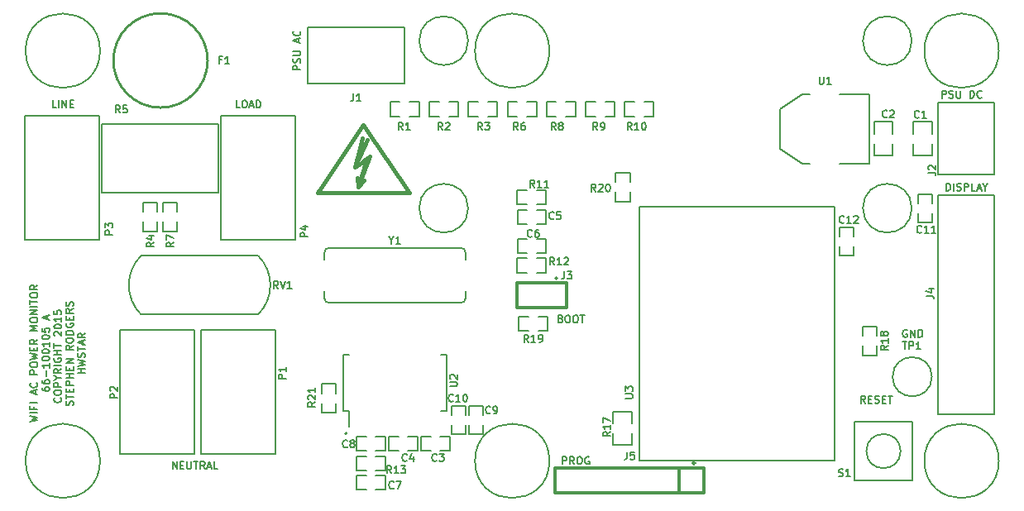
<source format=gto>
G04 #@! TF.FileFunction,Legend,Top*
%FSLAX46Y46*%
G04 Gerber Fmt 4.6, Leading zero omitted, Abs format (unit mm)*
G04 Created by KiCad (PCBNEW (2015-08-16 BZR 6096)-product) date Wed 23 Sep 2015 10:28:05 PDT*
%MOMM*%
G01*
G04 APERTURE LIST*
%ADD10C,0.152400*%
%ADD11C,0.150000*%
%ADD12C,0.200000*%
%ADD13C,0.304800*%
%ADD14C,0.228600*%
%ADD15C,0.127000*%
%ADD16C,0.254000*%
%ADD17C,0.381000*%
G04 APERTURE END LIST*
D10*
X196143286Y-115094714D02*
X195889286Y-114731857D01*
X195707858Y-115094714D02*
X195707858Y-114332714D01*
X195998143Y-114332714D01*
X196070715Y-114369000D01*
X196107000Y-114405286D01*
X196143286Y-114477857D01*
X196143286Y-114586714D01*
X196107000Y-114659286D01*
X196070715Y-114695571D01*
X195998143Y-114731857D01*
X195707858Y-114731857D01*
X196469858Y-114695571D02*
X196723858Y-114695571D01*
X196832715Y-115094714D02*
X196469858Y-115094714D01*
X196469858Y-114332714D01*
X196832715Y-114332714D01*
X197123001Y-115058429D02*
X197231858Y-115094714D01*
X197413287Y-115094714D01*
X197485858Y-115058429D01*
X197522144Y-115022143D01*
X197558429Y-114949571D01*
X197558429Y-114877000D01*
X197522144Y-114804429D01*
X197485858Y-114768143D01*
X197413287Y-114731857D01*
X197268144Y-114695571D01*
X197195572Y-114659286D01*
X197159287Y-114623000D01*
X197123001Y-114550429D01*
X197123001Y-114477857D01*
X197159287Y-114405286D01*
X197195572Y-114369000D01*
X197268144Y-114332714D01*
X197449572Y-114332714D01*
X197558429Y-114369000D01*
X197885001Y-114695571D02*
X198139001Y-114695571D01*
X198247858Y-115094714D02*
X197885001Y-115094714D01*
X197885001Y-114332714D01*
X198247858Y-114332714D01*
X198465572Y-114332714D02*
X198901001Y-114332714D01*
X198683287Y-115094714D02*
X198683287Y-114332714D01*
X200419428Y-107619000D02*
X200346857Y-107582714D01*
X200238000Y-107582714D01*
X200129143Y-107619000D01*
X200056571Y-107691571D01*
X200020286Y-107764143D01*
X199984000Y-107909286D01*
X199984000Y-108018143D01*
X200020286Y-108163286D01*
X200056571Y-108235857D01*
X200129143Y-108308429D01*
X200238000Y-108344714D01*
X200310571Y-108344714D01*
X200419428Y-108308429D01*
X200455714Y-108272143D01*
X200455714Y-108018143D01*
X200310571Y-108018143D01*
X200782286Y-108344714D02*
X200782286Y-107582714D01*
X201217714Y-108344714D01*
X201217714Y-107582714D01*
X201580572Y-108344714D02*
X201580572Y-107582714D01*
X201762000Y-107582714D01*
X201870857Y-107619000D01*
X201943429Y-107691571D01*
X201979714Y-107764143D01*
X202016000Y-107909286D01*
X202016000Y-108018143D01*
X201979714Y-108163286D01*
X201943429Y-108235857D01*
X201870857Y-108308429D01*
X201762000Y-108344714D01*
X201580572Y-108344714D01*
X164965858Y-106445571D02*
X165074715Y-106481857D01*
X165111000Y-106518143D01*
X165147286Y-106590714D01*
X165147286Y-106699571D01*
X165111000Y-106772143D01*
X165074715Y-106808429D01*
X165002143Y-106844714D01*
X164711858Y-106844714D01*
X164711858Y-106082714D01*
X164965858Y-106082714D01*
X165038429Y-106119000D01*
X165074715Y-106155286D01*
X165111000Y-106227857D01*
X165111000Y-106300429D01*
X165074715Y-106373000D01*
X165038429Y-106409286D01*
X164965858Y-106445571D01*
X164711858Y-106445571D01*
X165619000Y-106082714D02*
X165764143Y-106082714D01*
X165836715Y-106119000D01*
X165909286Y-106191571D01*
X165945572Y-106336714D01*
X165945572Y-106590714D01*
X165909286Y-106735857D01*
X165836715Y-106808429D01*
X165764143Y-106844714D01*
X165619000Y-106844714D01*
X165546429Y-106808429D01*
X165473858Y-106735857D01*
X165437572Y-106590714D01*
X165437572Y-106336714D01*
X165473858Y-106191571D01*
X165546429Y-106119000D01*
X165619000Y-106082714D01*
X166417286Y-106082714D02*
X166562429Y-106082714D01*
X166635001Y-106119000D01*
X166707572Y-106191571D01*
X166743858Y-106336714D01*
X166743858Y-106590714D01*
X166707572Y-106735857D01*
X166635001Y-106808429D01*
X166562429Y-106844714D01*
X166417286Y-106844714D01*
X166344715Y-106808429D01*
X166272144Y-106735857D01*
X166235858Y-106590714D01*
X166235858Y-106336714D01*
X166272144Y-106191571D01*
X166344715Y-106119000D01*
X166417286Y-106082714D01*
X166961572Y-106082714D02*
X167397001Y-106082714D01*
X167179287Y-106844714D02*
X167179287Y-106082714D01*
X165139286Y-121344714D02*
X165139286Y-120582714D01*
X165429571Y-120582714D01*
X165502143Y-120619000D01*
X165538428Y-120655286D01*
X165574714Y-120727857D01*
X165574714Y-120836714D01*
X165538428Y-120909286D01*
X165502143Y-120945571D01*
X165429571Y-120981857D01*
X165139286Y-120981857D01*
X166336714Y-121344714D02*
X166082714Y-120981857D01*
X165901286Y-121344714D02*
X165901286Y-120582714D01*
X166191571Y-120582714D01*
X166264143Y-120619000D01*
X166300428Y-120655286D01*
X166336714Y-120727857D01*
X166336714Y-120836714D01*
X166300428Y-120909286D01*
X166264143Y-120945571D01*
X166191571Y-120981857D01*
X165901286Y-120981857D01*
X166808428Y-120582714D02*
X166953571Y-120582714D01*
X167026143Y-120619000D01*
X167098714Y-120691571D01*
X167135000Y-120836714D01*
X167135000Y-121090714D01*
X167098714Y-121235857D01*
X167026143Y-121308429D01*
X166953571Y-121344714D01*
X166808428Y-121344714D01*
X166735857Y-121308429D01*
X166663286Y-121235857D01*
X166627000Y-121090714D01*
X166627000Y-120836714D01*
X166663286Y-120691571D01*
X166735857Y-120619000D01*
X166808428Y-120582714D01*
X167860714Y-120619000D02*
X167788143Y-120582714D01*
X167679286Y-120582714D01*
X167570429Y-120619000D01*
X167497857Y-120691571D01*
X167461572Y-120764143D01*
X167425286Y-120909286D01*
X167425286Y-121018143D01*
X167461572Y-121163286D01*
X167497857Y-121235857D01*
X167570429Y-121308429D01*
X167679286Y-121344714D01*
X167751857Y-121344714D01*
X167860714Y-121308429D01*
X167897000Y-121272143D01*
X167897000Y-121018143D01*
X167751857Y-121018143D01*
X204413572Y-93344714D02*
X204413572Y-92582714D01*
X204595000Y-92582714D01*
X204703857Y-92619000D01*
X204776429Y-92691571D01*
X204812714Y-92764143D01*
X204849000Y-92909286D01*
X204849000Y-93018143D01*
X204812714Y-93163286D01*
X204776429Y-93235857D01*
X204703857Y-93308429D01*
X204595000Y-93344714D01*
X204413572Y-93344714D01*
X205175572Y-93344714D02*
X205175572Y-92582714D01*
X205502143Y-93308429D02*
X205611000Y-93344714D01*
X205792429Y-93344714D01*
X205865000Y-93308429D01*
X205901286Y-93272143D01*
X205937571Y-93199571D01*
X205937571Y-93127000D01*
X205901286Y-93054429D01*
X205865000Y-93018143D01*
X205792429Y-92981857D01*
X205647286Y-92945571D01*
X205574714Y-92909286D01*
X205538429Y-92873000D01*
X205502143Y-92800429D01*
X205502143Y-92727857D01*
X205538429Y-92655286D01*
X205574714Y-92619000D01*
X205647286Y-92582714D01*
X205828714Y-92582714D01*
X205937571Y-92619000D01*
X206264143Y-93344714D02*
X206264143Y-92582714D01*
X206554428Y-92582714D01*
X206627000Y-92619000D01*
X206663285Y-92655286D01*
X206699571Y-92727857D01*
X206699571Y-92836714D01*
X206663285Y-92909286D01*
X206627000Y-92945571D01*
X206554428Y-92981857D01*
X206264143Y-92981857D01*
X207389000Y-93344714D02*
X207026143Y-93344714D01*
X207026143Y-92582714D01*
X207606714Y-93127000D02*
X207969571Y-93127000D01*
X207534142Y-93344714D02*
X207788142Y-92582714D01*
X208042142Y-93344714D01*
X208441285Y-92981857D02*
X208441285Y-93344714D01*
X208187285Y-92582714D02*
X208441285Y-92981857D01*
X208695285Y-92582714D01*
X203986144Y-83844714D02*
X203986144Y-83082714D01*
X204276429Y-83082714D01*
X204349001Y-83119000D01*
X204385286Y-83155286D01*
X204421572Y-83227857D01*
X204421572Y-83336714D01*
X204385286Y-83409286D01*
X204349001Y-83445571D01*
X204276429Y-83481857D01*
X203986144Y-83481857D01*
X204711858Y-83808429D02*
X204820715Y-83844714D01*
X205002144Y-83844714D01*
X205074715Y-83808429D01*
X205111001Y-83772143D01*
X205147286Y-83699571D01*
X205147286Y-83627000D01*
X205111001Y-83554429D01*
X205074715Y-83518143D01*
X205002144Y-83481857D01*
X204857001Y-83445571D01*
X204784429Y-83409286D01*
X204748144Y-83373000D01*
X204711858Y-83300429D01*
X204711858Y-83227857D01*
X204748144Y-83155286D01*
X204784429Y-83119000D01*
X204857001Y-83082714D01*
X205038429Y-83082714D01*
X205147286Y-83119000D01*
X205473858Y-83082714D02*
X205473858Y-83699571D01*
X205510143Y-83772143D01*
X205546429Y-83808429D01*
X205619000Y-83844714D01*
X205764143Y-83844714D01*
X205836715Y-83808429D01*
X205873000Y-83772143D01*
X205909286Y-83699571D01*
X205909286Y-83082714D01*
X206852715Y-83844714D02*
X206852715Y-83082714D01*
X207034143Y-83082714D01*
X207143000Y-83119000D01*
X207215572Y-83191571D01*
X207251857Y-83264143D01*
X207288143Y-83409286D01*
X207288143Y-83518143D01*
X207251857Y-83663286D01*
X207215572Y-83735857D01*
X207143000Y-83808429D01*
X207034143Y-83844714D01*
X206852715Y-83844714D01*
X208050143Y-83772143D02*
X208013857Y-83808429D01*
X207905000Y-83844714D01*
X207832429Y-83844714D01*
X207723572Y-83808429D01*
X207651000Y-83735857D01*
X207614715Y-83663286D01*
X207578429Y-83518143D01*
X207578429Y-83409286D01*
X207614715Y-83264143D01*
X207651000Y-83191571D01*
X207723572Y-83119000D01*
X207832429Y-83082714D01*
X207905000Y-83082714D01*
X208013857Y-83119000D01*
X208050143Y-83155286D01*
X138344714Y-80959428D02*
X137582714Y-80959428D01*
X137582714Y-80669143D01*
X137619000Y-80596571D01*
X137655286Y-80560286D01*
X137727857Y-80524000D01*
X137836714Y-80524000D01*
X137909286Y-80560286D01*
X137945571Y-80596571D01*
X137981857Y-80669143D01*
X137981857Y-80959428D01*
X138308429Y-80233714D02*
X138344714Y-80124857D01*
X138344714Y-79943428D01*
X138308429Y-79870857D01*
X138272143Y-79834571D01*
X138199571Y-79798286D01*
X138127000Y-79798286D01*
X138054429Y-79834571D01*
X138018143Y-79870857D01*
X137981857Y-79943428D01*
X137945571Y-80088571D01*
X137909286Y-80161143D01*
X137873000Y-80197428D01*
X137800429Y-80233714D01*
X137727857Y-80233714D01*
X137655286Y-80197428D01*
X137619000Y-80161143D01*
X137582714Y-80088571D01*
X137582714Y-79907143D01*
X137619000Y-79798286D01*
X137582714Y-79471714D02*
X138199571Y-79471714D01*
X138272143Y-79435429D01*
X138308429Y-79399143D01*
X138344714Y-79326572D01*
X138344714Y-79181429D01*
X138308429Y-79108857D01*
X138272143Y-79072572D01*
X138199571Y-79036286D01*
X137582714Y-79036286D01*
X138127000Y-78129143D02*
X138127000Y-77766286D01*
X138344714Y-78201715D02*
X137582714Y-77947715D01*
X138344714Y-77693715D01*
X138272143Y-77004286D02*
X138308429Y-77040572D01*
X138344714Y-77149429D01*
X138344714Y-77222000D01*
X138308429Y-77330857D01*
X138235857Y-77403429D01*
X138163286Y-77439714D01*
X138018143Y-77476000D01*
X137909286Y-77476000D01*
X137764143Y-77439714D01*
X137691571Y-77403429D01*
X137619000Y-77330857D01*
X137582714Y-77222000D01*
X137582714Y-77149429D01*
X137619000Y-77040572D01*
X137655286Y-77004286D01*
X132129143Y-84844714D02*
X131766286Y-84844714D01*
X131766286Y-84082714D01*
X132528285Y-84082714D02*
X132673428Y-84082714D01*
X132746000Y-84119000D01*
X132818571Y-84191571D01*
X132854857Y-84336714D01*
X132854857Y-84590714D01*
X132818571Y-84735857D01*
X132746000Y-84808429D01*
X132673428Y-84844714D01*
X132528285Y-84844714D01*
X132455714Y-84808429D01*
X132383143Y-84735857D01*
X132346857Y-84590714D01*
X132346857Y-84336714D01*
X132383143Y-84191571D01*
X132455714Y-84119000D01*
X132528285Y-84082714D01*
X133145143Y-84627000D02*
X133508000Y-84627000D01*
X133072571Y-84844714D02*
X133326571Y-84082714D01*
X133580571Y-84844714D01*
X133834572Y-84844714D02*
X133834572Y-84082714D01*
X134016000Y-84082714D01*
X134124857Y-84119000D01*
X134197429Y-84191571D01*
X134233714Y-84264143D01*
X134270000Y-84409286D01*
X134270000Y-84518143D01*
X134233714Y-84663286D01*
X134197429Y-84735857D01*
X134124857Y-84808429D01*
X134016000Y-84844714D01*
X133834572Y-84844714D01*
X113310572Y-84844714D02*
X112947715Y-84844714D01*
X112947715Y-84082714D01*
X113564572Y-84844714D02*
X113564572Y-84082714D01*
X113927429Y-84844714D02*
X113927429Y-84082714D01*
X114362857Y-84844714D01*
X114362857Y-84082714D01*
X114725715Y-84445571D02*
X114979715Y-84445571D01*
X115088572Y-84844714D02*
X114725715Y-84844714D01*
X114725715Y-84082714D01*
X115088572Y-84082714D01*
X125232143Y-121844714D02*
X125232143Y-121082714D01*
X125667571Y-121844714D01*
X125667571Y-121082714D01*
X126030429Y-121445571D02*
X126284429Y-121445571D01*
X126393286Y-121844714D02*
X126030429Y-121844714D01*
X126030429Y-121082714D01*
X126393286Y-121082714D01*
X126719858Y-121082714D02*
X126719858Y-121699571D01*
X126756143Y-121772143D01*
X126792429Y-121808429D01*
X126865000Y-121844714D01*
X127010143Y-121844714D01*
X127082715Y-121808429D01*
X127119000Y-121772143D01*
X127155286Y-121699571D01*
X127155286Y-121082714D01*
X127409286Y-121082714D02*
X127844715Y-121082714D01*
X127627001Y-121844714D02*
X127627001Y-121082714D01*
X128534143Y-121844714D02*
X128280143Y-121481857D01*
X128098715Y-121844714D02*
X128098715Y-121082714D01*
X128389000Y-121082714D01*
X128461572Y-121119000D01*
X128497857Y-121155286D01*
X128534143Y-121227857D01*
X128534143Y-121336714D01*
X128497857Y-121409286D01*
X128461572Y-121445571D01*
X128389000Y-121481857D01*
X128098715Y-121481857D01*
X128824429Y-121627000D02*
X129187286Y-121627000D01*
X128751857Y-121844714D02*
X129005857Y-121082714D01*
X129259857Y-121844714D01*
X129876715Y-121844714D02*
X129513858Y-121844714D01*
X129513858Y-121082714D01*
X110644314Y-117021285D02*
X111406314Y-116839856D01*
X110862029Y-116694713D01*
X111406314Y-116549571D01*
X110644314Y-116368142D01*
X111406314Y-116077856D02*
X110644314Y-116077856D01*
X111007171Y-115460999D02*
X111007171Y-115714999D01*
X111406314Y-115714999D02*
X110644314Y-115714999D01*
X110644314Y-115352142D01*
X111406314Y-115061856D02*
X110644314Y-115061856D01*
X111188600Y-114154714D02*
X111188600Y-113791857D01*
X111406314Y-114227286D02*
X110644314Y-113973286D01*
X111406314Y-113719286D01*
X111333743Y-113029857D02*
X111370029Y-113066143D01*
X111406314Y-113175000D01*
X111406314Y-113247571D01*
X111370029Y-113356428D01*
X111297457Y-113429000D01*
X111224886Y-113465285D01*
X111079743Y-113501571D01*
X110970886Y-113501571D01*
X110825743Y-113465285D01*
X110753171Y-113429000D01*
X110680600Y-113356428D01*
X110644314Y-113247571D01*
X110644314Y-113175000D01*
X110680600Y-113066143D01*
X110716886Y-113029857D01*
X111406314Y-112122714D02*
X110644314Y-112122714D01*
X110644314Y-111832429D01*
X110680600Y-111759857D01*
X110716886Y-111723572D01*
X110789457Y-111687286D01*
X110898314Y-111687286D01*
X110970886Y-111723572D01*
X111007171Y-111759857D01*
X111043457Y-111832429D01*
X111043457Y-112122714D01*
X110644314Y-111215572D02*
X110644314Y-111070429D01*
X110680600Y-110997857D01*
X110753171Y-110925286D01*
X110898314Y-110889000D01*
X111152314Y-110889000D01*
X111297457Y-110925286D01*
X111370029Y-110997857D01*
X111406314Y-111070429D01*
X111406314Y-111215572D01*
X111370029Y-111288143D01*
X111297457Y-111360714D01*
X111152314Y-111397000D01*
X110898314Y-111397000D01*
X110753171Y-111360714D01*
X110680600Y-111288143D01*
X110644314Y-111215572D01*
X110644314Y-110635000D02*
X111406314Y-110453571D01*
X110862029Y-110308428D01*
X111406314Y-110163286D01*
X110644314Y-109981857D01*
X111007171Y-109691571D02*
X111007171Y-109437571D01*
X111406314Y-109328714D02*
X111406314Y-109691571D01*
X110644314Y-109691571D01*
X110644314Y-109328714D01*
X111406314Y-108566714D02*
X111043457Y-108820714D01*
X111406314Y-109002142D02*
X110644314Y-109002142D01*
X110644314Y-108711857D01*
X110680600Y-108639285D01*
X110716886Y-108603000D01*
X110789457Y-108566714D01*
X110898314Y-108566714D01*
X110970886Y-108603000D01*
X111007171Y-108639285D01*
X111043457Y-108711857D01*
X111043457Y-109002142D01*
X111406314Y-107659571D02*
X110644314Y-107659571D01*
X111188600Y-107405571D01*
X110644314Y-107151571D01*
X111406314Y-107151571D01*
X110644314Y-106643572D02*
X110644314Y-106498429D01*
X110680600Y-106425857D01*
X110753171Y-106353286D01*
X110898314Y-106317000D01*
X111152314Y-106317000D01*
X111297457Y-106353286D01*
X111370029Y-106425857D01*
X111406314Y-106498429D01*
X111406314Y-106643572D01*
X111370029Y-106716143D01*
X111297457Y-106788714D01*
X111152314Y-106825000D01*
X110898314Y-106825000D01*
X110753171Y-106788714D01*
X110680600Y-106716143D01*
X110644314Y-106643572D01*
X111406314Y-105990428D02*
X110644314Y-105990428D01*
X111406314Y-105555000D01*
X110644314Y-105555000D01*
X111406314Y-105192142D02*
X110644314Y-105192142D01*
X110644314Y-104938143D02*
X110644314Y-104502714D01*
X111406314Y-104720428D02*
X110644314Y-104720428D01*
X110644314Y-104103572D02*
X110644314Y-103958429D01*
X110680600Y-103885857D01*
X110753171Y-103813286D01*
X110898314Y-103777000D01*
X111152314Y-103777000D01*
X111297457Y-103813286D01*
X111370029Y-103885857D01*
X111406314Y-103958429D01*
X111406314Y-104103572D01*
X111370029Y-104176143D01*
X111297457Y-104248714D01*
X111152314Y-104285000D01*
X110898314Y-104285000D01*
X110753171Y-104248714D01*
X110680600Y-104176143D01*
X110644314Y-104103572D01*
X111406314Y-103015000D02*
X111043457Y-103269000D01*
X111406314Y-103450428D02*
X110644314Y-103450428D01*
X110644314Y-103160143D01*
X110680600Y-103087571D01*
X110716886Y-103051286D01*
X110789457Y-103015000D01*
X110898314Y-103015000D01*
X110970886Y-103051286D01*
X111007171Y-103087571D01*
X111043457Y-103160143D01*
X111043457Y-103450428D01*
X111863514Y-113483427D02*
X111863514Y-113628570D01*
X111899800Y-113701141D01*
X111936086Y-113737427D01*
X112044943Y-113809998D01*
X112190086Y-113846284D01*
X112480371Y-113846284D01*
X112552943Y-113809998D01*
X112589229Y-113773713D01*
X112625514Y-113701141D01*
X112625514Y-113555998D01*
X112589229Y-113483427D01*
X112552943Y-113447141D01*
X112480371Y-113410856D01*
X112298943Y-113410856D01*
X112226371Y-113447141D01*
X112190086Y-113483427D01*
X112153800Y-113555998D01*
X112153800Y-113701141D01*
X112190086Y-113773713D01*
X112226371Y-113809998D01*
X112298943Y-113846284D01*
X111863514Y-112757713D02*
X111863514Y-112902856D01*
X111899800Y-112975427D01*
X111936086Y-113011713D01*
X112044943Y-113084284D01*
X112190086Y-113120570D01*
X112480371Y-113120570D01*
X112552943Y-113084284D01*
X112589229Y-113047999D01*
X112625514Y-112975427D01*
X112625514Y-112830284D01*
X112589229Y-112757713D01*
X112552943Y-112721427D01*
X112480371Y-112685142D01*
X112298943Y-112685142D01*
X112226371Y-112721427D01*
X112190086Y-112757713D01*
X112153800Y-112830284D01*
X112153800Y-112975427D01*
X112190086Y-113047999D01*
X112226371Y-113084284D01*
X112298943Y-113120570D01*
X112335229Y-112358570D02*
X112335229Y-111777999D01*
X112625514Y-111015999D02*
X112625514Y-111451427D01*
X112625514Y-111233713D02*
X111863514Y-111233713D01*
X111972371Y-111306284D01*
X112044943Y-111378856D01*
X112081229Y-111451427D01*
X111863514Y-110544285D02*
X111863514Y-110471713D01*
X111899800Y-110399142D01*
X111936086Y-110362856D01*
X112008657Y-110326570D01*
X112153800Y-110290285D01*
X112335229Y-110290285D01*
X112480371Y-110326570D01*
X112552943Y-110362856D01*
X112589229Y-110399142D01*
X112625514Y-110471713D01*
X112625514Y-110544285D01*
X112589229Y-110616856D01*
X112552943Y-110653142D01*
X112480371Y-110689427D01*
X112335229Y-110725713D01*
X112153800Y-110725713D01*
X112008657Y-110689427D01*
X111936086Y-110653142D01*
X111899800Y-110616856D01*
X111863514Y-110544285D01*
X111863514Y-109818571D02*
X111863514Y-109745999D01*
X111899800Y-109673428D01*
X111936086Y-109637142D01*
X112008657Y-109600856D01*
X112153800Y-109564571D01*
X112335229Y-109564571D01*
X112480371Y-109600856D01*
X112552943Y-109637142D01*
X112589229Y-109673428D01*
X112625514Y-109745999D01*
X112625514Y-109818571D01*
X112589229Y-109891142D01*
X112552943Y-109927428D01*
X112480371Y-109963713D01*
X112335229Y-109999999D01*
X112153800Y-109999999D01*
X112008657Y-109963713D01*
X111936086Y-109927428D01*
X111899800Y-109891142D01*
X111863514Y-109818571D01*
X112625514Y-108838857D02*
X112625514Y-109274285D01*
X112625514Y-109056571D02*
X111863514Y-109056571D01*
X111972371Y-109129142D01*
X112044943Y-109201714D01*
X112081229Y-109274285D01*
X111863514Y-108367143D02*
X111863514Y-108294571D01*
X111899800Y-108222000D01*
X111936086Y-108185714D01*
X112008657Y-108149428D01*
X112153800Y-108113143D01*
X112335229Y-108113143D01*
X112480371Y-108149428D01*
X112552943Y-108185714D01*
X112589229Y-108222000D01*
X112625514Y-108294571D01*
X112625514Y-108367143D01*
X112589229Y-108439714D01*
X112552943Y-108476000D01*
X112480371Y-108512285D01*
X112335229Y-108548571D01*
X112153800Y-108548571D01*
X112008657Y-108512285D01*
X111936086Y-108476000D01*
X111899800Y-108439714D01*
X111863514Y-108367143D01*
X111863514Y-107423714D02*
X111863514Y-107786571D01*
X112226371Y-107822857D01*
X112190086Y-107786571D01*
X112153800Y-107714000D01*
X112153800Y-107532571D01*
X112190086Y-107460000D01*
X112226371Y-107423714D01*
X112298943Y-107387429D01*
X112480371Y-107387429D01*
X112552943Y-107423714D01*
X112589229Y-107460000D01*
X112625514Y-107532571D01*
X112625514Y-107714000D01*
X112589229Y-107786571D01*
X112552943Y-107822857D01*
X112407800Y-106516572D02*
X112407800Y-106153715D01*
X112625514Y-106589144D02*
X111863514Y-106335144D01*
X112625514Y-106081144D01*
X113772143Y-114535713D02*
X113808429Y-114571999D01*
X113844714Y-114680856D01*
X113844714Y-114753427D01*
X113808429Y-114862284D01*
X113735857Y-114934856D01*
X113663286Y-114971141D01*
X113518143Y-115007427D01*
X113409286Y-115007427D01*
X113264143Y-114971141D01*
X113191571Y-114934856D01*
X113119000Y-114862284D01*
X113082714Y-114753427D01*
X113082714Y-114680856D01*
X113119000Y-114571999D01*
X113155286Y-114535713D01*
X113082714Y-114063999D02*
X113082714Y-113918856D01*
X113119000Y-113846284D01*
X113191571Y-113773713D01*
X113336714Y-113737427D01*
X113590714Y-113737427D01*
X113735857Y-113773713D01*
X113808429Y-113846284D01*
X113844714Y-113918856D01*
X113844714Y-114063999D01*
X113808429Y-114136570D01*
X113735857Y-114209141D01*
X113590714Y-114245427D01*
X113336714Y-114245427D01*
X113191571Y-114209141D01*
X113119000Y-114136570D01*
X113082714Y-114063999D01*
X113844714Y-113410855D02*
X113082714Y-113410855D01*
X113082714Y-113120570D01*
X113119000Y-113047998D01*
X113155286Y-113011713D01*
X113227857Y-112975427D01*
X113336714Y-112975427D01*
X113409286Y-113011713D01*
X113445571Y-113047998D01*
X113481857Y-113120570D01*
X113481857Y-113410855D01*
X113481857Y-112503713D02*
X113844714Y-112503713D01*
X113082714Y-112757713D02*
X113481857Y-112503713D01*
X113082714Y-112249713D01*
X113844714Y-111560284D02*
X113481857Y-111814284D01*
X113844714Y-111995712D02*
X113082714Y-111995712D01*
X113082714Y-111705427D01*
X113119000Y-111632855D01*
X113155286Y-111596570D01*
X113227857Y-111560284D01*
X113336714Y-111560284D01*
X113409286Y-111596570D01*
X113445571Y-111632855D01*
X113481857Y-111705427D01*
X113481857Y-111995712D01*
X113844714Y-111233712D02*
X113082714Y-111233712D01*
X113119000Y-110471713D02*
X113082714Y-110544284D01*
X113082714Y-110653141D01*
X113119000Y-110761998D01*
X113191571Y-110834570D01*
X113264143Y-110870855D01*
X113409286Y-110907141D01*
X113518143Y-110907141D01*
X113663286Y-110870855D01*
X113735857Y-110834570D01*
X113808429Y-110761998D01*
X113844714Y-110653141D01*
X113844714Y-110580570D01*
X113808429Y-110471713D01*
X113772143Y-110435427D01*
X113518143Y-110435427D01*
X113518143Y-110580570D01*
X113844714Y-110108855D02*
X113082714Y-110108855D01*
X113445571Y-110108855D02*
X113445571Y-109673427D01*
X113844714Y-109673427D02*
X113082714Y-109673427D01*
X113082714Y-109419427D02*
X113082714Y-108983998D01*
X113844714Y-109201712D02*
X113082714Y-109201712D01*
X113155286Y-108185713D02*
X113119000Y-108149427D01*
X113082714Y-108076856D01*
X113082714Y-107895427D01*
X113119000Y-107822856D01*
X113155286Y-107786570D01*
X113227857Y-107750285D01*
X113300429Y-107750285D01*
X113409286Y-107786570D01*
X113844714Y-108221999D01*
X113844714Y-107750285D01*
X113082714Y-107278571D02*
X113082714Y-107205999D01*
X113119000Y-107133428D01*
X113155286Y-107097142D01*
X113227857Y-107060856D01*
X113373000Y-107024571D01*
X113554429Y-107024571D01*
X113699571Y-107060856D01*
X113772143Y-107097142D01*
X113808429Y-107133428D01*
X113844714Y-107205999D01*
X113844714Y-107278571D01*
X113808429Y-107351142D01*
X113772143Y-107387428D01*
X113699571Y-107423713D01*
X113554429Y-107459999D01*
X113373000Y-107459999D01*
X113227857Y-107423713D01*
X113155286Y-107387428D01*
X113119000Y-107351142D01*
X113082714Y-107278571D01*
X113844714Y-106298857D02*
X113844714Y-106734285D01*
X113844714Y-106516571D02*
X113082714Y-106516571D01*
X113191571Y-106589142D01*
X113264143Y-106661714D01*
X113300429Y-106734285D01*
X113082714Y-105609428D02*
X113082714Y-105972285D01*
X113445571Y-106008571D01*
X113409286Y-105972285D01*
X113373000Y-105899714D01*
X113373000Y-105718285D01*
X113409286Y-105645714D01*
X113445571Y-105609428D01*
X113518143Y-105573143D01*
X113699571Y-105573143D01*
X113772143Y-105609428D01*
X113808429Y-105645714D01*
X113844714Y-105718285D01*
X113844714Y-105899714D01*
X113808429Y-105972285D01*
X113772143Y-106008571D01*
X115027629Y-115297714D02*
X115063914Y-115188857D01*
X115063914Y-115007428D01*
X115027629Y-114934857D01*
X114991343Y-114898571D01*
X114918771Y-114862286D01*
X114846200Y-114862286D01*
X114773629Y-114898571D01*
X114737343Y-114934857D01*
X114701057Y-115007428D01*
X114664771Y-115152571D01*
X114628486Y-115225143D01*
X114592200Y-115261428D01*
X114519629Y-115297714D01*
X114447057Y-115297714D01*
X114374486Y-115261428D01*
X114338200Y-115225143D01*
X114301914Y-115152571D01*
X114301914Y-114971143D01*
X114338200Y-114862286D01*
X114301914Y-114644572D02*
X114301914Y-114209143D01*
X115063914Y-114426857D02*
X114301914Y-114426857D01*
X114664771Y-113955143D02*
X114664771Y-113701143D01*
X115063914Y-113592286D02*
X115063914Y-113955143D01*
X114301914Y-113955143D01*
X114301914Y-113592286D01*
X115063914Y-113265714D02*
X114301914Y-113265714D01*
X114301914Y-112975429D01*
X114338200Y-112902857D01*
X114374486Y-112866572D01*
X114447057Y-112830286D01*
X114555914Y-112830286D01*
X114628486Y-112866572D01*
X114664771Y-112902857D01*
X114701057Y-112975429D01*
X114701057Y-113265714D01*
X115063914Y-112503714D02*
X114301914Y-112503714D01*
X114664771Y-112503714D02*
X114664771Y-112068286D01*
X115063914Y-112068286D02*
X114301914Y-112068286D01*
X114664771Y-111705428D02*
X114664771Y-111451428D01*
X115063914Y-111342571D02*
X115063914Y-111705428D01*
X114301914Y-111705428D01*
X114301914Y-111342571D01*
X115063914Y-111015999D02*
X114301914Y-111015999D01*
X115063914Y-110580571D01*
X114301914Y-110580571D01*
X115063914Y-109201714D02*
X114701057Y-109455714D01*
X115063914Y-109637142D02*
X114301914Y-109637142D01*
X114301914Y-109346857D01*
X114338200Y-109274285D01*
X114374486Y-109238000D01*
X114447057Y-109201714D01*
X114555914Y-109201714D01*
X114628486Y-109238000D01*
X114664771Y-109274285D01*
X114701057Y-109346857D01*
X114701057Y-109637142D01*
X114301914Y-108730000D02*
X114301914Y-108584857D01*
X114338200Y-108512285D01*
X114410771Y-108439714D01*
X114555914Y-108403428D01*
X114809914Y-108403428D01*
X114955057Y-108439714D01*
X115027629Y-108512285D01*
X115063914Y-108584857D01*
X115063914Y-108730000D01*
X115027629Y-108802571D01*
X114955057Y-108875142D01*
X114809914Y-108911428D01*
X114555914Y-108911428D01*
X114410771Y-108875142D01*
X114338200Y-108802571D01*
X114301914Y-108730000D01*
X115063914Y-108076856D02*
X114301914Y-108076856D01*
X114301914Y-107895428D01*
X114338200Y-107786571D01*
X114410771Y-107713999D01*
X114483343Y-107677714D01*
X114628486Y-107641428D01*
X114737343Y-107641428D01*
X114882486Y-107677714D01*
X114955057Y-107713999D01*
X115027629Y-107786571D01*
X115063914Y-107895428D01*
X115063914Y-108076856D01*
X114338200Y-106915714D02*
X114301914Y-106988285D01*
X114301914Y-107097142D01*
X114338200Y-107205999D01*
X114410771Y-107278571D01*
X114483343Y-107314856D01*
X114628486Y-107351142D01*
X114737343Y-107351142D01*
X114882486Y-107314856D01*
X114955057Y-107278571D01*
X115027629Y-107205999D01*
X115063914Y-107097142D01*
X115063914Y-107024571D01*
X115027629Y-106915714D01*
X114991343Y-106879428D01*
X114737343Y-106879428D01*
X114737343Y-107024571D01*
X114664771Y-106552856D02*
X114664771Y-106298856D01*
X115063914Y-106189999D02*
X115063914Y-106552856D01*
X114301914Y-106552856D01*
X114301914Y-106189999D01*
X115063914Y-105427999D02*
X114701057Y-105681999D01*
X115063914Y-105863427D02*
X114301914Y-105863427D01*
X114301914Y-105573142D01*
X114338200Y-105500570D01*
X114374486Y-105464285D01*
X114447057Y-105427999D01*
X114555914Y-105427999D01*
X114628486Y-105464285D01*
X114664771Y-105500570D01*
X114701057Y-105573142D01*
X114701057Y-105863427D01*
X115027629Y-105137713D02*
X115063914Y-105028856D01*
X115063914Y-104847427D01*
X115027629Y-104774856D01*
X114991343Y-104738570D01*
X114918771Y-104702285D01*
X114846200Y-104702285D01*
X114773629Y-104738570D01*
X114737343Y-104774856D01*
X114701057Y-104847427D01*
X114664771Y-104992570D01*
X114628486Y-105065142D01*
X114592200Y-105101427D01*
X114519629Y-105137713D01*
X114447057Y-105137713D01*
X114374486Y-105101427D01*
X114338200Y-105065142D01*
X114301914Y-104992570D01*
X114301914Y-104811142D01*
X114338200Y-104702285D01*
X116283114Y-112013856D02*
X115521114Y-112013856D01*
X115883971Y-112013856D02*
X115883971Y-111578428D01*
X116283114Y-111578428D02*
X115521114Y-111578428D01*
X115521114Y-111288142D02*
X116283114Y-111106713D01*
X115738829Y-110961570D01*
X116283114Y-110816428D01*
X115521114Y-110634999D01*
X116246829Y-110380999D02*
X116283114Y-110272142D01*
X116283114Y-110090713D01*
X116246829Y-110018142D01*
X116210543Y-109981856D01*
X116137971Y-109945571D01*
X116065400Y-109945571D01*
X115992829Y-109981856D01*
X115956543Y-110018142D01*
X115920257Y-110090713D01*
X115883971Y-110235856D01*
X115847686Y-110308428D01*
X115811400Y-110344713D01*
X115738829Y-110380999D01*
X115666257Y-110380999D01*
X115593686Y-110344713D01*
X115557400Y-110308428D01*
X115521114Y-110235856D01*
X115521114Y-110054428D01*
X115557400Y-109945571D01*
X115521114Y-109727857D02*
X115521114Y-109292428D01*
X116283114Y-109510142D02*
X115521114Y-109510142D01*
X116065400Y-109074714D02*
X116065400Y-108711857D01*
X116283114Y-109147286D02*
X115521114Y-108893286D01*
X116283114Y-108639286D01*
X116283114Y-107949857D02*
X115920257Y-108203857D01*
X116283114Y-108385285D02*
X115521114Y-108385285D01*
X115521114Y-108095000D01*
X115557400Y-108022428D01*
X115593686Y-107986143D01*
X115666257Y-107949857D01*
X115775114Y-107949857D01*
X115847686Y-107986143D01*
X115883971Y-108022428D01*
X115920257Y-108095000D01*
X115920257Y-108385285D01*
X201038000Y-87497000D02*
X201038000Y-86281000D01*
X201038000Y-86281000D02*
X202962000Y-86281000D01*
X202962000Y-86281000D02*
X202962000Y-87497000D01*
X202962000Y-88513000D02*
X202962000Y-89729000D01*
X202962000Y-89729000D02*
X201038000Y-89729000D01*
X201038000Y-89729000D02*
X201038000Y-88513000D01*
X197038000Y-87497000D02*
X197038000Y-86281000D01*
X197038000Y-86281000D02*
X198962000Y-86281000D01*
X198962000Y-86281000D02*
X198962000Y-87497000D01*
X198962000Y-88513000D02*
X198962000Y-89729000D01*
X198962000Y-89729000D02*
X197038000Y-89729000D01*
X197038000Y-89729000D02*
X197038000Y-88513000D01*
X152651380Y-119973240D02*
X153601000Y-119973240D01*
X151650620Y-119973240D02*
X150701000Y-119973240D01*
X152651380Y-118532760D02*
X153601000Y-118532760D01*
X150701000Y-118532760D02*
X151650620Y-118532760D01*
X153601000Y-118532760D02*
X153601000Y-119973240D01*
X150701000Y-119973240D02*
X150701000Y-118532760D01*
X149349380Y-119973240D02*
X150299000Y-119973240D01*
X148348620Y-119973240D02*
X147399000Y-119973240D01*
X149349380Y-118532760D02*
X150299000Y-118532760D01*
X147399000Y-118532760D02*
X148348620Y-118532760D01*
X150299000Y-118532760D02*
X150299000Y-119973240D01*
X147399000Y-119973240D02*
X147399000Y-118532760D01*
X162505380Y-96720240D02*
X163455000Y-96720240D01*
X161504620Y-96720240D02*
X160555000Y-96720240D01*
X162505380Y-95279760D02*
X163455000Y-95279760D01*
X160555000Y-95279760D02*
X161504620Y-95279760D01*
X163455000Y-95279760D02*
X163455000Y-96720240D01*
X160555000Y-96720240D02*
X160555000Y-95279760D01*
X162505380Y-99720240D02*
X163455000Y-99720240D01*
X161504620Y-99720240D02*
X160555000Y-99720240D01*
X162505380Y-98279760D02*
X163455000Y-98279760D01*
X160555000Y-98279760D02*
X161504620Y-98279760D01*
X163455000Y-98279760D02*
X163455000Y-99720240D01*
X160555000Y-99720240D02*
X160555000Y-98279760D01*
X146047380Y-123910240D02*
X146997000Y-123910240D01*
X145046620Y-123910240D02*
X144097000Y-123910240D01*
X146047380Y-122469760D02*
X146997000Y-122469760D01*
X144097000Y-122469760D02*
X145046620Y-122469760D01*
X146997000Y-122469760D02*
X146997000Y-123910240D01*
X144097000Y-123910240D02*
X144097000Y-122469760D01*
X145036620Y-118532760D02*
X144087000Y-118532760D01*
X146037380Y-118532760D02*
X146987000Y-118532760D01*
X145036620Y-119973240D02*
X144087000Y-119973240D01*
X146987000Y-119973240D02*
X146037380Y-119973240D01*
X144087000Y-119973240D02*
X144087000Y-118532760D01*
X146987000Y-118532760D02*
X146987000Y-119973240D01*
X155616760Y-117345380D02*
X155616760Y-118295000D01*
X155616760Y-116344620D02*
X155616760Y-115395000D01*
X157057240Y-117345380D02*
X157057240Y-118295000D01*
X157057240Y-115395000D02*
X157057240Y-116344620D01*
X157057240Y-118295000D02*
X155616760Y-118295000D01*
X155616760Y-115395000D02*
X157057240Y-115395000D01*
X153838760Y-117345380D02*
X153838760Y-118295000D01*
X153838760Y-116344620D02*
X153838760Y-115395000D01*
X155279240Y-117345380D02*
X155279240Y-118295000D01*
X155279240Y-115395000D02*
X155279240Y-116344620D01*
X155279240Y-118295000D02*
X153838760Y-118295000D01*
X153838760Y-115395000D02*
X155279240Y-115395000D01*
X203031240Y-94617620D02*
X203031240Y-93668000D01*
X203031240Y-95618380D02*
X203031240Y-96568000D01*
X201590760Y-94617620D02*
X201590760Y-93668000D01*
X201590760Y-96568000D02*
X201590760Y-95618380D01*
X201590760Y-93668000D02*
X203031240Y-93668000D01*
X203031240Y-96568000D02*
X201590760Y-96568000D01*
X193538960Y-99057380D02*
X193538960Y-100007000D01*
X193538960Y-98056620D02*
X193538960Y-97107000D01*
X194979440Y-99057380D02*
X194979440Y-100007000D01*
X194979440Y-97107000D02*
X194979440Y-98056620D01*
X194979440Y-100007000D02*
X193538960Y-100007000D01*
X193538960Y-97107000D02*
X194979440Y-97107000D01*
D11*
X209350000Y-84300000D02*
X209350000Y-91700000D01*
X209350000Y-91700000D02*
X203600000Y-91700000D01*
X203600000Y-91700000D02*
X203600000Y-84300000D01*
X203600000Y-84300000D02*
X209350000Y-84300000D01*
D12*
X164600000Y-102300000D02*
G75*
G03X164600000Y-102300000I-100000J0D01*
G01*
D13*
X165540000Y-102730000D02*
X165540000Y-105270000D01*
X165540000Y-105270000D02*
X160460000Y-105270000D01*
X160460000Y-105270000D02*
X160460000Y-102730000D01*
X160460000Y-102730000D02*
X165540000Y-102730000D01*
D11*
X209350000Y-93800000D02*
X209350000Y-116200000D01*
X209350000Y-116200000D02*
X203600000Y-116200000D01*
X203600000Y-116200000D02*
X203600000Y-93800000D01*
X203600000Y-100100000D02*
X203600000Y-100050000D01*
X203600000Y-93800000D02*
X209350000Y-93800000D01*
D14*
X178731000Y-121222000D02*
G75*
G03X178731000Y-121222000I-127000J0D01*
G01*
D13*
X179620000Y-121730000D02*
X179620000Y-124270000D01*
X179620000Y-124270000D02*
X164380000Y-124270000D01*
X164380000Y-124270000D02*
X164380000Y-121730000D01*
X164380000Y-121730000D02*
X179620000Y-121730000D01*
X177080000Y-121730000D02*
X177080000Y-124270000D01*
D10*
X148504620Y-84261500D02*
X147520000Y-84261500D01*
X147520000Y-84261500D02*
X147520000Y-85738500D01*
X147520000Y-85738500D02*
X148504620Y-85738500D01*
X150480000Y-84261500D02*
X149505380Y-84261500D01*
X150480000Y-84261500D02*
X150480000Y-85738500D01*
X150480000Y-85738500D02*
X149505380Y-85738500D01*
X152504620Y-84261500D02*
X151520000Y-84261500D01*
X151520000Y-84261500D02*
X151520000Y-85738500D01*
X151520000Y-85738500D02*
X152504620Y-85738500D01*
X154480000Y-84261500D02*
X153505380Y-84261500D01*
X154480000Y-84261500D02*
X154480000Y-85738500D01*
X154480000Y-85738500D02*
X153505380Y-85738500D01*
X156504620Y-84261500D02*
X155520000Y-84261500D01*
X155520000Y-84261500D02*
X155520000Y-85738500D01*
X155520000Y-85738500D02*
X156504620Y-85738500D01*
X158480000Y-84261500D02*
X157505380Y-84261500D01*
X158480000Y-84261500D02*
X158480000Y-85738500D01*
X158480000Y-85738500D02*
X157505380Y-85738500D01*
X122213500Y-96495380D02*
X122213500Y-97480000D01*
X122213500Y-97480000D02*
X123690500Y-97480000D01*
X123690500Y-97480000D02*
X123690500Y-96495380D01*
X122213500Y-94520000D02*
X122213500Y-95494620D01*
X122213500Y-94520000D02*
X123690500Y-94520000D01*
X123690500Y-94520000D02*
X123690500Y-95494620D01*
X117952000Y-86500000D02*
X117952000Y-93500000D01*
X117952000Y-93500000D02*
X129952000Y-93500000D01*
X129952000Y-93500000D02*
X129952000Y-86500000D01*
X129952000Y-86500000D02*
X117952000Y-86500000D01*
X160504620Y-84261500D02*
X159520000Y-84261500D01*
X159520000Y-84261500D02*
X159520000Y-85738500D01*
X159520000Y-85738500D02*
X160504620Y-85738500D01*
X162480000Y-84261500D02*
X161505380Y-84261500D01*
X162480000Y-84261500D02*
X162480000Y-85738500D01*
X162480000Y-85738500D02*
X161505380Y-85738500D01*
X124213500Y-96495380D02*
X124213500Y-97480000D01*
X124213500Y-97480000D02*
X125690500Y-97480000D01*
X125690500Y-97480000D02*
X125690500Y-96495380D01*
X124213500Y-94520000D02*
X124213500Y-95494620D01*
X124213500Y-94520000D02*
X125690500Y-94520000D01*
X125690500Y-94520000D02*
X125690500Y-95494620D01*
X164504620Y-84261500D02*
X163520000Y-84261500D01*
X163520000Y-84261500D02*
X163520000Y-85738500D01*
X163520000Y-85738500D02*
X164504620Y-85738500D01*
X166480000Y-84261500D02*
X165505380Y-84261500D01*
X166480000Y-84261500D02*
X166480000Y-85738500D01*
X166480000Y-85738500D02*
X165505380Y-85738500D01*
X168504620Y-84261500D02*
X167520000Y-84261500D01*
X167520000Y-84261500D02*
X167520000Y-85738500D01*
X167520000Y-85738500D02*
X168504620Y-85738500D01*
X170480000Y-84261500D02*
X169505380Y-84261500D01*
X170480000Y-84261500D02*
X170480000Y-85738500D01*
X170480000Y-85738500D02*
X169505380Y-85738500D01*
X172504620Y-84261500D02*
X171520000Y-84261500D01*
X171520000Y-84261500D02*
X171520000Y-85738500D01*
X171520000Y-85738500D02*
X172504620Y-85738500D01*
X174480000Y-84261500D02*
X173505380Y-84261500D01*
X174480000Y-84261500D02*
X174480000Y-85738500D01*
X174480000Y-85738500D02*
X173505380Y-85738500D01*
X161504620Y-93261500D02*
X160520000Y-93261500D01*
X160520000Y-93261500D02*
X160520000Y-94738500D01*
X160520000Y-94738500D02*
X161504620Y-94738500D01*
X163480000Y-93261500D02*
X162505380Y-93261500D01*
X163480000Y-93261500D02*
X163480000Y-94738500D01*
X163480000Y-94738500D02*
X162505380Y-94738500D01*
X161504620Y-100261500D02*
X160520000Y-100261500D01*
X160520000Y-100261500D02*
X160520000Y-101738500D01*
X160520000Y-101738500D02*
X161504620Y-101738500D01*
X163480000Y-100261500D02*
X162505380Y-100261500D01*
X163480000Y-100261500D02*
X163480000Y-101738500D01*
X163480000Y-101738500D02*
X162505380Y-101738500D01*
X145046620Y-120546500D02*
X144062000Y-120546500D01*
X144062000Y-120546500D02*
X144062000Y-122023500D01*
X144062000Y-122023500D02*
X145046620Y-122023500D01*
X147022000Y-120546500D02*
X146047380Y-120546500D01*
X147022000Y-120546500D02*
X147022000Y-122023500D01*
X147022000Y-122023500D02*
X146047380Y-122023500D01*
X170312600Y-117154800D02*
X170312600Y-115962800D01*
X170312600Y-115962800D02*
X172282600Y-115962800D01*
X172282600Y-115962800D02*
X172282600Y-117154800D01*
X172282600Y-118170800D02*
X172282600Y-119352800D01*
X172282600Y-119352800D02*
X170312600Y-119352800D01*
D11*
X170312600Y-119352800D02*
X170312600Y-118170800D01*
D10*
X197334500Y-108216620D02*
X197334500Y-107232000D01*
X197334500Y-107232000D02*
X195857500Y-107232000D01*
X195857500Y-107232000D02*
X195857500Y-108216620D01*
X197334500Y-110192000D02*
X197334500Y-109217380D01*
X197334500Y-110192000D02*
X195857500Y-110192000D01*
X195857500Y-110192000D02*
X195857500Y-109217380D01*
X161683620Y-106195500D02*
X160699000Y-106195500D01*
X160699000Y-106195500D02*
X160699000Y-107672500D01*
X160699000Y-107672500D02*
X161683620Y-107672500D01*
X163659000Y-106195500D02*
X162684380Y-106195500D01*
X163659000Y-106195500D02*
X163659000Y-107672500D01*
X163659000Y-107672500D02*
X162684380Y-107672500D01*
X172061500Y-92468620D02*
X172061500Y-91484000D01*
X172061500Y-91484000D02*
X170584500Y-91484000D01*
X170584500Y-91484000D02*
X170584500Y-92468620D01*
X172061500Y-94444000D02*
X172061500Y-93469380D01*
X172061500Y-94444000D02*
X170584500Y-94444000D01*
X170584500Y-94444000D02*
X170584500Y-93469380D01*
D11*
X195000000Y-123000000D02*
X195000000Y-117000000D01*
X195000000Y-117000000D02*
X201000000Y-117000000D01*
X201000000Y-117000000D02*
X201000000Y-123000000D01*
X201000000Y-123000000D02*
X195000000Y-123000000D01*
D15*
X199750000Y-120000000D02*
G75*
G03X199750000Y-120000000I-1750000J0D01*
G01*
D10*
X202952046Y-112385000D02*
G75*
G03X202952046Y-112385000I-2008046J0D01*
G01*
D11*
X193524000Y-90556000D02*
X196572000Y-90556000D01*
X196572000Y-90556000D02*
X196572000Y-83444000D01*
X196572000Y-83444000D02*
X193524000Y-83444000D01*
X190476000Y-90556000D02*
X189714000Y-90556000D01*
X189714000Y-90556000D02*
X187428000Y-89032000D01*
X187428000Y-89032000D02*
X187428000Y-84968000D01*
X187428000Y-84968000D02*
X189714000Y-83444000D01*
X189714000Y-83444000D02*
X190476000Y-83444000D01*
D10*
X143100000Y-118200000D02*
G75*
G03X143100000Y-118200000I-100000J0D01*
G01*
D11*
X142675000Y-115875000D02*
X143325000Y-115875000D01*
X142675000Y-110125000D02*
X143325000Y-110125000D01*
X153325000Y-110125000D02*
X152675000Y-110125000D01*
X153325000Y-115875000D02*
X152675000Y-115875000D01*
X142675000Y-115875000D02*
X142675000Y-110125000D01*
X153325000Y-115875000D02*
X153325000Y-110125000D01*
X143325000Y-115875000D02*
X143325000Y-117475000D01*
X173000000Y-121000000D02*
X173000000Y-95000000D01*
X173000000Y-95000000D02*
X193000000Y-95000000D01*
X193000000Y-95000000D02*
X193000000Y-121000000D01*
X193000000Y-121000000D02*
X173000000Y-121000000D01*
D10*
X140800000Y-99600000D02*
X140800000Y-100400000D01*
X140800000Y-104400000D02*
X140800000Y-103600000D01*
X155200000Y-104400000D02*
X155200000Y-103600000D01*
X154800000Y-104800000D02*
G75*
G03X155200000Y-104400000I0J400000D01*
G01*
X155200000Y-99600000D02*
X155200000Y-100400000D01*
X140800000Y-104400000D02*
G75*
G03X141200000Y-104800000I400000J0D01*
G01*
X155200000Y-99600000D02*
G75*
G03X154800000Y-99200000I-400000J0D01*
G01*
X141200000Y-99200000D02*
G75*
G03X140800000Y-99600000I0J-400000D01*
G01*
X154700000Y-104800000D02*
X141300000Y-104800000D01*
X154700000Y-99200000D02*
X141300000Y-99200000D01*
X140485500Y-115100180D02*
X140485500Y-116084800D01*
X140485500Y-116084800D02*
X141962500Y-116084800D01*
X141962500Y-116084800D02*
X141962500Y-115100180D01*
X140485500Y-113124800D02*
X140485500Y-114099420D01*
X140485500Y-113124800D02*
X141962500Y-113124800D01*
X141962500Y-113124800D02*
X141962500Y-114099420D01*
D11*
X148950000Y-82350000D02*
X139050000Y-82350000D01*
X139050000Y-82350000D02*
X139050000Y-76600000D01*
X139050000Y-76600000D02*
X148950000Y-76600000D01*
X148950000Y-76600000D02*
X148950000Y-82350000D01*
D16*
X128826000Y-80000000D02*
G75*
G03X128826000Y-80000000I-4826000J0D01*
G01*
D10*
X134000000Y-106000000D02*
X122000000Y-106000000D01*
X122000000Y-100000000D02*
X134000000Y-100000000D01*
X122000000Y-100000000D02*
G75*
G03X122000000Y-106000000I3000000J-3000000D01*
G01*
X134000000Y-106000000D02*
G75*
G03X134000000Y-100000000I-3000000J3000000D01*
G01*
D11*
X128143000Y-120269000D02*
X128143000Y-107569000D01*
X128143000Y-107569000D02*
X135763000Y-107569000D01*
X135763000Y-107569000D02*
X135763000Y-120269000D01*
X135763000Y-120269000D02*
X128143000Y-120269000D01*
X119888000Y-120269000D02*
X119888000Y-107569000D01*
X119888000Y-107569000D02*
X127508000Y-107569000D01*
X127508000Y-107569000D02*
X127508000Y-120269000D01*
X127508000Y-120269000D02*
X119888000Y-120269000D01*
X110142000Y-98350000D02*
X110142000Y-85650000D01*
X110142000Y-85650000D02*
X117762000Y-85650000D01*
X117762000Y-85650000D02*
X117762000Y-98350000D01*
X117762000Y-98350000D02*
X110142000Y-98350000D01*
X130142000Y-98350000D02*
X130142000Y-85650000D01*
X130142000Y-85650000D02*
X137762000Y-85650000D01*
X137762000Y-85650000D02*
X137762000Y-98350000D01*
X137762000Y-98350000D02*
X130142000Y-98350000D01*
D10*
X209810000Y-79000000D02*
G75*
G03X209810000Y-79000000I-3810000J0D01*
G01*
X209810000Y-121000000D02*
G75*
G03X209810000Y-121000000I-3810000J0D01*
G01*
X117810000Y-121000000D02*
G75*
G03X117810000Y-121000000I-3810000J0D01*
G01*
X117810000Y-79000000D02*
G75*
G03X117810000Y-79000000I-3810000J0D01*
G01*
X163810000Y-79000000D02*
G75*
G03X163810000Y-79000000I-3810000J0D01*
G01*
X163810000Y-121000000D02*
G75*
G03X163810000Y-121000000I-3810000J0D01*
G01*
X200899400Y-77978000D02*
G75*
G03X200899400Y-77978000I-2500000J0D01*
G01*
X155484200Y-77978000D02*
G75*
G03X155484200Y-77978000I-2500000J0D01*
G01*
X200899400Y-95123000D02*
G75*
G03X200899400Y-95123000I-2500000J0D01*
G01*
X155484200Y-95123000D02*
G75*
G03X155484200Y-95123000I-2500000J0D01*
G01*
D17*
X144252160Y-92949640D02*
X145451040Y-89850840D01*
X145451040Y-89850840D02*
X144851600Y-90249620D01*
X143850840Y-90950660D02*
X145151320Y-88149040D01*
X144252160Y-92949640D02*
X144851600Y-92251140D01*
X144650940Y-87950920D02*
X143850840Y-90950660D01*
X143850840Y-90950660D02*
X145049720Y-90150560D01*
X145049720Y-90150560D02*
X144252160Y-92949640D01*
X144252160Y-92949640D02*
X144150560Y-92050480D01*
X144750000Y-86559000D02*
X149449000Y-93544000D01*
X149449000Y-93544000D02*
X140051000Y-93544000D01*
X140051000Y-93544000D02*
X144750000Y-86559000D01*
D10*
X201650600Y-85819343D02*
X201614314Y-85855629D01*
X201505457Y-85891914D01*
X201432886Y-85891914D01*
X201324029Y-85855629D01*
X201251457Y-85783057D01*
X201215172Y-85710486D01*
X201178886Y-85565343D01*
X201178886Y-85456486D01*
X201215172Y-85311343D01*
X201251457Y-85238771D01*
X201324029Y-85166200D01*
X201432886Y-85129914D01*
X201505457Y-85129914D01*
X201614314Y-85166200D01*
X201650600Y-85202486D01*
X202376314Y-85891914D02*
X201940886Y-85891914D01*
X202158600Y-85891914D02*
X202158600Y-85129914D01*
X202086029Y-85238771D01*
X202013457Y-85311343D01*
X201940886Y-85347629D01*
X198373000Y-85772143D02*
X198336714Y-85808429D01*
X198227857Y-85844714D01*
X198155286Y-85844714D01*
X198046429Y-85808429D01*
X197973857Y-85735857D01*
X197937572Y-85663286D01*
X197901286Y-85518143D01*
X197901286Y-85409286D01*
X197937572Y-85264143D01*
X197973857Y-85191571D01*
X198046429Y-85119000D01*
X198155286Y-85082714D01*
X198227857Y-85082714D01*
X198336714Y-85119000D01*
X198373000Y-85155286D01*
X198663286Y-85155286D02*
X198699572Y-85119000D01*
X198772143Y-85082714D01*
X198953572Y-85082714D01*
X199026143Y-85119000D01*
X199062429Y-85155286D01*
X199098714Y-85227857D01*
X199098714Y-85300429D01*
X199062429Y-85409286D01*
X198627000Y-85844714D01*
X199098714Y-85844714D01*
X152273000Y-120972943D02*
X152236714Y-121009229D01*
X152127857Y-121045514D01*
X152055286Y-121045514D01*
X151946429Y-121009229D01*
X151873857Y-120936657D01*
X151837572Y-120864086D01*
X151801286Y-120718943D01*
X151801286Y-120610086D01*
X151837572Y-120464943D01*
X151873857Y-120392371D01*
X151946429Y-120319800D01*
X152055286Y-120283514D01*
X152127857Y-120283514D01*
X152236714Y-120319800D01*
X152273000Y-120356086D01*
X152527000Y-120283514D02*
X152998714Y-120283514D01*
X152744714Y-120573800D01*
X152853572Y-120573800D01*
X152926143Y-120610086D01*
X152962429Y-120646371D01*
X152998714Y-120718943D01*
X152998714Y-120900371D01*
X152962429Y-120972943D01*
X152926143Y-121009229D01*
X152853572Y-121045514D01*
X152635857Y-121045514D01*
X152563286Y-121009229D01*
X152527000Y-120972943D01*
X149225000Y-120972943D02*
X149188714Y-121009229D01*
X149079857Y-121045514D01*
X149007286Y-121045514D01*
X148898429Y-121009229D01*
X148825857Y-120936657D01*
X148789572Y-120864086D01*
X148753286Y-120718943D01*
X148753286Y-120610086D01*
X148789572Y-120464943D01*
X148825857Y-120392371D01*
X148898429Y-120319800D01*
X149007286Y-120283514D01*
X149079857Y-120283514D01*
X149188714Y-120319800D01*
X149225000Y-120356086D01*
X149878143Y-120537514D02*
X149878143Y-121045514D01*
X149696714Y-120247229D02*
X149515286Y-120791514D01*
X149987000Y-120791514D01*
X164261800Y-96182543D02*
X164225514Y-96218829D01*
X164116657Y-96255114D01*
X164044086Y-96255114D01*
X163935229Y-96218829D01*
X163862657Y-96146257D01*
X163826372Y-96073686D01*
X163790086Y-95928543D01*
X163790086Y-95819686D01*
X163826372Y-95674543D01*
X163862657Y-95601971D01*
X163935229Y-95529400D01*
X164044086Y-95493114D01*
X164116657Y-95493114D01*
X164225514Y-95529400D01*
X164261800Y-95565686D01*
X164951229Y-95493114D02*
X164588372Y-95493114D01*
X164552086Y-95855971D01*
X164588372Y-95819686D01*
X164660943Y-95783400D01*
X164842372Y-95783400D01*
X164914943Y-95819686D01*
X164951229Y-95855971D01*
X164987514Y-95928543D01*
X164987514Y-96109971D01*
X164951229Y-96182543D01*
X164914943Y-96218829D01*
X164842372Y-96255114D01*
X164660943Y-96255114D01*
X164588372Y-96218829D01*
X164552086Y-96182543D01*
X162026600Y-98011343D02*
X161990314Y-98047629D01*
X161881457Y-98083914D01*
X161808886Y-98083914D01*
X161700029Y-98047629D01*
X161627457Y-97975057D01*
X161591172Y-97902486D01*
X161554886Y-97757343D01*
X161554886Y-97648486D01*
X161591172Y-97503343D01*
X161627457Y-97430771D01*
X161700029Y-97358200D01*
X161808886Y-97321914D01*
X161881457Y-97321914D01*
X161990314Y-97358200D01*
X162026600Y-97394486D01*
X162679743Y-97321914D02*
X162534600Y-97321914D01*
X162462029Y-97358200D01*
X162425743Y-97394486D01*
X162353172Y-97503343D01*
X162316886Y-97648486D01*
X162316886Y-97938771D01*
X162353172Y-98011343D01*
X162389457Y-98047629D01*
X162462029Y-98083914D01*
X162607172Y-98083914D01*
X162679743Y-98047629D01*
X162716029Y-98011343D01*
X162752314Y-97938771D01*
X162752314Y-97757343D01*
X162716029Y-97684771D01*
X162679743Y-97648486D01*
X162607172Y-97612200D01*
X162462029Y-97612200D01*
X162389457Y-97648486D01*
X162353172Y-97684771D01*
X162316886Y-97757343D01*
X147873000Y-123772143D02*
X147836714Y-123808429D01*
X147727857Y-123844714D01*
X147655286Y-123844714D01*
X147546429Y-123808429D01*
X147473857Y-123735857D01*
X147437572Y-123663286D01*
X147401286Y-123518143D01*
X147401286Y-123409286D01*
X147437572Y-123264143D01*
X147473857Y-123191571D01*
X147546429Y-123119000D01*
X147655286Y-123082714D01*
X147727857Y-123082714D01*
X147836714Y-123119000D01*
X147873000Y-123155286D01*
X148127000Y-123082714D02*
X148635000Y-123082714D01*
X148308429Y-123844714D01*
X143129000Y-119550543D02*
X143092714Y-119586829D01*
X142983857Y-119623114D01*
X142911286Y-119623114D01*
X142802429Y-119586829D01*
X142729857Y-119514257D01*
X142693572Y-119441686D01*
X142657286Y-119296543D01*
X142657286Y-119187686D01*
X142693572Y-119042543D01*
X142729857Y-118969971D01*
X142802429Y-118897400D01*
X142911286Y-118861114D01*
X142983857Y-118861114D01*
X143092714Y-118897400D01*
X143129000Y-118933686D01*
X143564429Y-119187686D02*
X143491857Y-119151400D01*
X143455572Y-119115114D01*
X143419286Y-119042543D01*
X143419286Y-119006257D01*
X143455572Y-118933686D01*
X143491857Y-118897400D01*
X143564429Y-118861114D01*
X143709572Y-118861114D01*
X143782143Y-118897400D01*
X143818429Y-118933686D01*
X143854714Y-119006257D01*
X143854714Y-119042543D01*
X143818429Y-119115114D01*
X143782143Y-119151400D01*
X143709572Y-119187686D01*
X143564429Y-119187686D01*
X143491857Y-119223971D01*
X143455572Y-119260257D01*
X143419286Y-119332829D01*
X143419286Y-119477971D01*
X143455572Y-119550543D01*
X143491857Y-119586829D01*
X143564429Y-119623114D01*
X143709572Y-119623114D01*
X143782143Y-119586829D01*
X143818429Y-119550543D01*
X143854714Y-119477971D01*
X143854714Y-119332829D01*
X143818429Y-119260257D01*
X143782143Y-119223971D01*
X143709572Y-119187686D01*
X157759400Y-116096143D02*
X157723114Y-116132429D01*
X157614257Y-116168714D01*
X157541686Y-116168714D01*
X157432829Y-116132429D01*
X157360257Y-116059857D01*
X157323972Y-115987286D01*
X157287686Y-115842143D01*
X157287686Y-115733286D01*
X157323972Y-115588143D01*
X157360257Y-115515571D01*
X157432829Y-115443000D01*
X157541686Y-115406714D01*
X157614257Y-115406714D01*
X157723114Y-115443000D01*
X157759400Y-115479286D01*
X158122257Y-116168714D02*
X158267400Y-116168714D01*
X158339972Y-116132429D01*
X158376257Y-116096143D01*
X158448829Y-115987286D01*
X158485114Y-115842143D01*
X158485114Y-115551857D01*
X158448829Y-115479286D01*
X158412543Y-115443000D01*
X158339972Y-115406714D01*
X158194829Y-115406714D01*
X158122257Y-115443000D01*
X158085972Y-115479286D01*
X158049686Y-115551857D01*
X158049686Y-115733286D01*
X158085972Y-115805857D01*
X158122257Y-115842143D01*
X158194829Y-115878429D01*
X158339972Y-115878429D01*
X158412543Y-115842143D01*
X158448829Y-115805857D01*
X158485114Y-115733286D01*
X153942143Y-114876943D02*
X153905857Y-114913229D01*
X153797000Y-114949514D01*
X153724429Y-114949514D01*
X153615572Y-114913229D01*
X153543000Y-114840657D01*
X153506715Y-114768086D01*
X153470429Y-114622943D01*
X153470429Y-114514086D01*
X153506715Y-114368943D01*
X153543000Y-114296371D01*
X153615572Y-114223800D01*
X153724429Y-114187514D01*
X153797000Y-114187514D01*
X153905857Y-114223800D01*
X153942143Y-114260086D01*
X154667857Y-114949514D02*
X154232429Y-114949514D01*
X154450143Y-114949514D02*
X154450143Y-114187514D01*
X154377572Y-114296371D01*
X154305000Y-114368943D01*
X154232429Y-114405229D01*
X155139571Y-114187514D02*
X155212143Y-114187514D01*
X155284714Y-114223800D01*
X155321000Y-114260086D01*
X155357286Y-114332657D01*
X155393571Y-114477800D01*
X155393571Y-114659229D01*
X155357286Y-114804371D01*
X155321000Y-114876943D01*
X155284714Y-114913229D01*
X155212143Y-114949514D01*
X155139571Y-114949514D01*
X155067000Y-114913229D01*
X155030714Y-114876943D01*
X154994429Y-114804371D01*
X154958143Y-114659229D01*
X154958143Y-114477800D01*
X154994429Y-114332657D01*
X155030714Y-114260086D01*
X155067000Y-114223800D01*
X155139571Y-114187514D01*
X201897343Y-97604943D02*
X201861057Y-97641229D01*
X201752200Y-97677514D01*
X201679629Y-97677514D01*
X201570772Y-97641229D01*
X201498200Y-97568657D01*
X201461915Y-97496086D01*
X201425629Y-97350943D01*
X201425629Y-97242086D01*
X201461915Y-97096943D01*
X201498200Y-97024371D01*
X201570772Y-96951800D01*
X201679629Y-96915514D01*
X201752200Y-96915514D01*
X201861057Y-96951800D01*
X201897343Y-96988086D01*
X202623057Y-97677514D02*
X202187629Y-97677514D01*
X202405343Y-97677514D02*
X202405343Y-96915514D01*
X202332772Y-97024371D01*
X202260200Y-97096943D01*
X202187629Y-97133229D01*
X203348771Y-97677514D02*
X202913343Y-97677514D01*
X203131057Y-97677514D02*
X203131057Y-96915514D01*
X203058486Y-97024371D01*
X202985914Y-97096943D01*
X202913343Y-97133229D01*
X193972543Y-96588943D02*
X193936257Y-96625229D01*
X193827400Y-96661514D01*
X193754829Y-96661514D01*
X193645972Y-96625229D01*
X193573400Y-96552657D01*
X193537115Y-96480086D01*
X193500829Y-96334943D01*
X193500829Y-96226086D01*
X193537115Y-96080943D01*
X193573400Y-96008371D01*
X193645972Y-95935800D01*
X193754829Y-95899514D01*
X193827400Y-95899514D01*
X193936257Y-95935800D01*
X193972543Y-95972086D01*
X194698257Y-96661514D02*
X194262829Y-96661514D01*
X194480543Y-96661514D02*
X194480543Y-95899514D01*
X194407972Y-96008371D01*
X194335400Y-96080943D01*
X194262829Y-96117229D01*
X194988543Y-95972086D02*
X195024829Y-95935800D01*
X195097400Y-95899514D01*
X195278829Y-95899514D01*
X195351400Y-95935800D01*
X195387686Y-95972086D01*
X195423971Y-96044657D01*
X195423971Y-96117229D01*
X195387686Y-96226086D01*
X194952257Y-96661514D01*
X195423971Y-96661514D01*
X202579514Y-91490799D02*
X203123800Y-91490799D01*
X203232657Y-91527085D01*
X203305229Y-91599656D01*
X203341514Y-91708513D01*
X203341514Y-91781085D01*
X202652086Y-91164228D02*
X202615800Y-91127942D01*
X202579514Y-91055371D01*
X202579514Y-90873942D01*
X202615800Y-90801371D01*
X202652086Y-90765085D01*
X202724657Y-90728800D01*
X202797229Y-90728800D01*
X202906086Y-90765085D01*
X203341514Y-91200514D01*
X203341514Y-90728800D01*
X165354001Y-101589114D02*
X165354001Y-102133400D01*
X165317715Y-102242257D01*
X165245144Y-102314829D01*
X165136287Y-102351114D01*
X165063715Y-102351114D01*
X165644286Y-101589114D02*
X166116000Y-101589114D01*
X165862000Y-101879400D01*
X165970858Y-101879400D01*
X166043429Y-101915686D01*
X166079715Y-101951971D01*
X166116000Y-102024543D01*
X166116000Y-102205971D01*
X166079715Y-102278543D01*
X166043429Y-102314829D01*
X165970858Y-102351114D01*
X165753143Y-102351114D01*
X165680572Y-102314829D01*
X165644286Y-102278543D01*
X202376314Y-104089199D02*
X202920600Y-104089199D01*
X203029457Y-104125485D01*
X203102029Y-104198056D01*
X203138314Y-104306913D01*
X203138314Y-104379485D01*
X202630314Y-103399771D02*
X203138314Y-103399771D01*
X202340029Y-103581200D02*
X202884314Y-103762628D01*
X202884314Y-103290914D01*
X171746001Y-120082714D02*
X171746001Y-120627000D01*
X171709715Y-120735857D01*
X171637144Y-120808429D01*
X171528287Y-120844714D01*
X171455715Y-120844714D01*
X172471715Y-120082714D02*
X172108858Y-120082714D01*
X172072572Y-120445571D01*
X172108858Y-120409286D01*
X172181429Y-120373000D01*
X172362858Y-120373000D01*
X172435429Y-120409286D01*
X172471715Y-120445571D01*
X172508000Y-120518143D01*
X172508000Y-120699571D01*
X172471715Y-120772143D01*
X172435429Y-120808429D01*
X172362858Y-120844714D01*
X172181429Y-120844714D01*
X172108858Y-120808429D01*
X172072572Y-120772143D01*
X148818600Y-87111114D02*
X148564600Y-86748257D01*
X148383172Y-87111114D02*
X148383172Y-86349114D01*
X148673457Y-86349114D01*
X148746029Y-86385400D01*
X148782314Y-86421686D01*
X148818600Y-86494257D01*
X148818600Y-86603114D01*
X148782314Y-86675686D01*
X148746029Y-86711971D01*
X148673457Y-86748257D01*
X148383172Y-86748257D01*
X149544314Y-87111114D02*
X149108886Y-87111114D01*
X149326600Y-87111114D02*
X149326600Y-86349114D01*
X149254029Y-86457971D01*
X149181457Y-86530543D01*
X149108886Y-86566829D01*
X152882600Y-87111114D02*
X152628600Y-86748257D01*
X152447172Y-87111114D02*
X152447172Y-86349114D01*
X152737457Y-86349114D01*
X152810029Y-86385400D01*
X152846314Y-86421686D01*
X152882600Y-86494257D01*
X152882600Y-86603114D01*
X152846314Y-86675686D01*
X152810029Y-86711971D01*
X152737457Y-86748257D01*
X152447172Y-86748257D01*
X153172886Y-86421686D02*
X153209172Y-86385400D01*
X153281743Y-86349114D01*
X153463172Y-86349114D01*
X153535743Y-86385400D01*
X153572029Y-86421686D01*
X153608314Y-86494257D01*
X153608314Y-86566829D01*
X153572029Y-86675686D01*
X153136600Y-87111114D01*
X153608314Y-87111114D01*
X156946600Y-87111114D02*
X156692600Y-86748257D01*
X156511172Y-87111114D02*
X156511172Y-86349114D01*
X156801457Y-86349114D01*
X156874029Y-86385400D01*
X156910314Y-86421686D01*
X156946600Y-86494257D01*
X156946600Y-86603114D01*
X156910314Y-86675686D01*
X156874029Y-86711971D01*
X156801457Y-86748257D01*
X156511172Y-86748257D01*
X157200600Y-86349114D02*
X157672314Y-86349114D01*
X157418314Y-86639400D01*
X157527172Y-86639400D01*
X157599743Y-86675686D01*
X157636029Y-86711971D01*
X157672314Y-86784543D01*
X157672314Y-86965971D01*
X157636029Y-87038543D01*
X157599743Y-87074829D01*
X157527172Y-87111114D01*
X157309457Y-87111114D01*
X157236886Y-87074829D01*
X157200600Y-87038543D01*
X123344714Y-98627000D02*
X122981857Y-98881000D01*
X123344714Y-99062428D02*
X122582714Y-99062428D01*
X122582714Y-98772143D01*
X122619000Y-98699571D01*
X122655286Y-98663286D01*
X122727857Y-98627000D01*
X122836714Y-98627000D01*
X122909286Y-98663286D01*
X122945571Y-98699571D01*
X122981857Y-98772143D01*
X122981857Y-99062428D01*
X122836714Y-97973857D02*
X123344714Y-97973857D01*
X122546429Y-98155286D02*
X123090714Y-98336714D01*
X123090714Y-97865000D01*
X119873000Y-85344714D02*
X119619000Y-84981857D01*
X119437572Y-85344714D02*
X119437572Y-84582714D01*
X119727857Y-84582714D01*
X119800429Y-84619000D01*
X119836714Y-84655286D01*
X119873000Y-84727857D01*
X119873000Y-84836714D01*
X119836714Y-84909286D01*
X119800429Y-84945571D01*
X119727857Y-84981857D01*
X119437572Y-84981857D01*
X120562429Y-84582714D02*
X120199572Y-84582714D01*
X120163286Y-84945571D01*
X120199572Y-84909286D01*
X120272143Y-84873000D01*
X120453572Y-84873000D01*
X120526143Y-84909286D01*
X120562429Y-84945571D01*
X120598714Y-85018143D01*
X120598714Y-85199571D01*
X120562429Y-85272143D01*
X120526143Y-85308429D01*
X120453572Y-85344714D01*
X120272143Y-85344714D01*
X120199572Y-85308429D01*
X120163286Y-85272143D01*
X160604200Y-87111114D02*
X160350200Y-86748257D01*
X160168772Y-87111114D02*
X160168772Y-86349114D01*
X160459057Y-86349114D01*
X160531629Y-86385400D01*
X160567914Y-86421686D01*
X160604200Y-86494257D01*
X160604200Y-86603114D01*
X160567914Y-86675686D01*
X160531629Y-86711971D01*
X160459057Y-86748257D01*
X160168772Y-86748257D01*
X161257343Y-86349114D02*
X161112200Y-86349114D01*
X161039629Y-86385400D01*
X161003343Y-86421686D01*
X160930772Y-86530543D01*
X160894486Y-86675686D01*
X160894486Y-86965971D01*
X160930772Y-87038543D01*
X160967057Y-87074829D01*
X161039629Y-87111114D01*
X161184772Y-87111114D01*
X161257343Y-87074829D01*
X161293629Y-87038543D01*
X161329914Y-86965971D01*
X161329914Y-86784543D01*
X161293629Y-86711971D01*
X161257343Y-86675686D01*
X161184772Y-86639400D01*
X161039629Y-86639400D01*
X160967057Y-86675686D01*
X160930772Y-86711971D01*
X160894486Y-86784543D01*
X125344714Y-98627000D02*
X124981857Y-98881000D01*
X125344714Y-99062428D02*
X124582714Y-99062428D01*
X124582714Y-98772143D01*
X124619000Y-98699571D01*
X124655286Y-98663286D01*
X124727857Y-98627000D01*
X124836714Y-98627000D01*
X124909286Y-98663286D01*
X124945571Y-98699571D01*
X124981857Y-98772143D01*
X124981857Y-99062428D01*
X124582714Y-98373000D02*
X124582714Y-97865000D01*
X125344714Y-98191571D01*
X164465000Y-87111114D02*
X164211000Y-86748257D01*
X164029572Y-87111114D02*
X164029572Y-86349114D01*
X164319857Y-86349114D01*
X164392429Y-86385400D01*
X164428714Y-86421686D01*
X164465000Y-86494257D01*
X164465000Y-86603114D01*
X164428714Y-86675686D01*
X164392429Y-86711971D01*
X164319857Y-86748257D01*
X164029572Y-86748257D01*
X164900429Y-86675686D02*
X164827857Y-86639400D01*
X164791572Y-86603114D01*
X164755286Y-86530543D01*
X164755286Y-86494257D01*
X164791572Y-86421686D01*
X164827857Y-86385400D01*
X164900429Y-86349114D01*
X165045572Y-86349114D01*
X165118143Y-86385400D01*
X165154429Y-86421686D01*
X165190714Y-86494257D01*
X165190714Y-86530543D01*
X165154429Y-86603114D01*
X165118143Y-86639400D01*
X165045572Y-86675686D01*
X164900429Y-86675686D01*
X164827857Y-86711971D01*
X164791572Y-86748257D01*
X164755286Y-86820829D01*
X164755286Y-86965971D01*
X164791572Y-87038543D01*
X164827857Y-87074829D01*
X164900429Y-87111114D01*
X165045572Y-87111114D01*
X165118143Y-87074829D01*
X165154429Y-87038543D01*
X165190714Y-86965971D01*
X165190714Y-86820829D01*
X165154429Y-86748257D01*
X165118143Y-86711971D01*
X165045572Y-86675686D01*
X168732200Y-87111114D02*
X168478200Y-86748257D01*
X168296772Y-87111114D02*
X168296772Y-86349114D01*
X168587057Y-86349114D01*
X168659629Y-86385400D01*
X168695914Y-86421686D01*
X168732200Y-86494257D01*
X168732200Y-86603114D01*
X168695914Y-86675686D01*
X168659629Y-86711971D01*
X168587057Y-86748257D01*
X168296772Y-86748257D01*
X169095057Y-87111114D02*
X169240200Y-87111114D01*
X169312772Y-87074829D01*
X169349057Y-87038543D01*
X169421629Y-86929686D01*
X169457914Y-86784543D01*
X169457914Y-86494257D01*
X169421629Y-86421686D01*
X169385343Y-86385400D01*
X169312772Y-86349114D01*
X169167629Y-86349114D01*
X169095057Y-86385400D01*
X169058772Y-86421686D01*
X169022486Y-86494257D01*
X169022486Y-86675686D01*
X169058772Y-86748257D01*
X169095057Y-86784543D01*
X169167629Y-86820829D01*
X169312772Y-86820829D01*
X169385343Y-86784543D01*
X169421629Y-86748257D01*
X169457914Y-86675686D01*
X172230143Y-87111114D02*
X171976143Y-86748257D01*
X171794715Y-87111114D02*
X171794715Y-86349114D01*
X172085000Y-86349114D01*
X172157572Y-86385400D01*
X172193857Y-86421686D01*
X172230143Y-86494257D01*
X172230143Y-86603114D01*
X172193857Y-86675686D01*
X172157572Y-86711971D01*
X172085000Y-86748257D01*
X171794715Y-86748257D01*
X172955857Y-87111114D02*
X172520429Y-87111114D01*
X172738143Y-87111114D02*
X172738143Y-86349114D01*
X172665572Y-86457971D01*
X172593000Y-86530543D01*
X172520429Y-86566829D01*
X173427571Y-86349114D02*
X173500143Y-86349114D01*
X173572714Y-86385400D01*
X173609000Y-86421686D01*
X173645286Y-86494257D01*
X173681571Y-86639400D01*
X173681571Y-86820829D01*
X173645286Y-86965971D01*
X173609000Y-87038543D01*
X173572714Y-87074829D01*
X173500143Y-87111114D01*
X173427571Y-87111114D01*
X173355000Y-87074829D01*
X173318714Y-87038543D01*
X173282429Y-86965971D01*
X173246143Y-86820829D01*
X173246143Y-86639400D01*
X173282429Y-86494257D01*
X173318714Y-86421686D01*
X173355000Y-86385400D01*
X173427571Y-86349114D01*
X162273343Y-93003914D02*
X162019343Y-92641057D01*
X161837915Y-93003914D02*
X161837915Y-92241914D01*
X162128200Y-92241914D01*
X162200772Y-92278200D01*
X162237057Y-92314486D01*
X162273343Y-92387057D01*
X162273343Y-92495914D01*
X162237057Y-92568486D01*
X162200772Y-92604771D01*
X162128200Y-92641057D01*
X161837915Y-92641057D01*
X162999057Y-93003914D02*
X162563629Y-93003914D01*
X162781343Y-93003914D02*
X162781343Y-92241914D01*
X162708772Y-92350771D01*
X162636200Y-92423343D01*
X162563629Y-92459629D01*
X163724771Y-93003914D02*
X163289343Y-93003914D01*
X163507057Y-93003914D02*
X163507057Y-92241914D01*
X163434486Y-92350771D01*
X163361914Y-92423343D01*
X163289343Y-92459629D01*
X164305343Y-100928714D02*
X164051343Y-100565857D01*
X163869915Y-100928714D02*
X163869915Y-100166714D01*
X164160200Y-100166714D01*
X164232772Y-100203000D01*
X164269057Y-100239286D01*
X164305343Y-100311857D01*
X164305343Y-100420714D01*
X164269057Y-100493286D01*
X164232772Y-100529571D01*
X164160200Y-100565857D01*
X163869915Y-100565857D01*
X165031057Y-100928714D02*
X164595629Y-100928714D01*
X164813343Y-100928714D02*
X164813343Y-100166714D01*
X164740772Y-100275571D01*
X164668200Y-100348143D01*
X164595629Y-100384429D01*
X165321343Y-100239286D02*
X165357629Y-100203000D01*
X165430200Y-100166714D01*
X165611629Y-100166714D01*
X165684200Y-100203000D01*
X165720486Y-100239286D01*
X165756771Y-100311857D01*
X165756771Y-100384429D01*
X165720486Y-100493286D01*
X165285057Y-100928714D01*
X165756771Y-100928714D01*
X147642943Y-122264714D02*
X147388943Y-121901857D01*
X147207515Y-122264714D02*
X147207515Y-121502714D01*
X147497800Y-121502714D01*
X147570372Y-121539000D01*
X147606657Y-121575286D01*
X147642943Y-121647857D01*
X147642943Y-121756714D01*
X147606657Y-121829286D01*
X147570372Y-121865571D01*
X147497800Y-121901857D01*
X147207515Y-121901857D01*
X148368657Y-122264714D02*
X147933229Y-122264714D01*
X148150943Y-122264714D02*
X148150943Y-121502714D01*
X148078372Y-121611571D01*
X148005800Y-121684143D01*
X147933229Y-121720429D01*
X148622657Y-121502714D02*
X149094371Y-121502714D01*
X148840371Y-121793000D01*
X148949229Y-121793000D01*
X149021800Y-121829286D01*
X149058086Y-121865571D01*
X149094371Y-121938143D01*
X149094371Y-122119571D01*
X149058086Y-122192143D01*
X149021800Y-122228429D01*
X148949229Y-122264714D01*
X148731514Y-122264714D01*
X148658943Y-122228429D01*
X148622657Y-122192143D01*
X170045314Y-118033657D02*
X169682457Y-118287657D01*
X170045314Y-118469085D02*
X169283314Y-118469085D01*
X169283314Y-118178800D01*
X169319600Y-118106228D01*
X169355886Y-118069943D01*
X169428457Y-118033657D01*
X169537314Y-118033657D01*
X169609886Y-118069943D01*
X169646171Y-118106228D01*
X169682457Y-118178800D01*
X169682457Y-118469085D01*
X170045314Y-117307943D02*
X170045314Y-117743371D01*
X170045314Y-117525657D02*
X169283314Y-117525657D01*
X169392171Y-117598228D01*
X169464743Y-117670800D01*
X169501029Y-117743371D01*
X169283314Y-117053943D02*
X169283314Y-116545943D01*
X170045314Y-116872514D01*
X198464714Y-109201857D02*
X198101857Y-109455857D01*
X198464714Y-109637285D02*
X197702714Y-109637285D01*
X197702714Y-109347000D01*
X197739000Y-109274428D01*
X197775286Y-109238143D01*
X197847857Y-109201857D01*
X197956714Y-109201857D01*
X198029286Y-109238143D01*
X198065571Y-109274428D01*
X198101857Y-109347000D01*
X198101857Y-109637285D01*
X198464714Y-108476143D02*
X198464714Y-108911571D01*
X198464714Y-108693857D02*
X197702714Y-108693857D01*
X197811571Y-108766428D01*
X197884143Y-108839000D01*
X197920429Y-108911571D01*
X198029286Y-108040714D02*
X197993000Y-108113286D01*
X197956714Y-108149571D01*
X197884143Y-108185857D01*
X197847857Y-108185857D01*
X197775286Y-108149571D01*
X197739000Y-108113286D01*
X197702714Y-108040714D01*
X197702714Y-107895571D01*
X197739000Y-107823000D01*
X197775286Y-107786714D01*
X197847857Y-107750429D01*
X197884143Y-107750429D01*
X197956714Y-107786714D01*
X197993000Y-107823000D01*
X198029286Y-107895571D01*
X198029286Y-108040714D01*
X198065571Y-108113286D01*
X198101857Y-108149571D01*
X198174429Y-108185857D01*
X198319571Y-108185857D01*
X198392143Y-108149571D01*
X198428429Y-108113286D01*
X198464714Y-108040714D01*
X198464714Y-107895571D01*
X198428429Y-107823000D01*
X198392143Y-107786714D01*
X198319571Y-107750429D01*
X198174429Y-107750429D01*
X198101857Y-107786714D01*
X198065571Y-107823000D01*
X198029286Y-107895571D01*
X161663743Y-108853514D02*
X161409743Y-108490657D01*
X161228315Y-108853514D02*
X161228315Y-108091514D01*
X161518600Y-108091514D01*
X161591172Y-108127800D01*
X161627457Y-108164086D01*
X161663743Y-108236657D01*
X161663743Y-108345514D01*
X161627457Y-108418086D01*
X161591172Y-108454371D01*
X161518600Y-108490657D01*
X161228315Y-108490657D01*
X162389457Y-108853514D02*
X161954029Y-108853514D01*
X162171743Y-108853514D02*
X162171743Y-108091514D01*
X162099172Y-108200371D01*
X162026600Y-108272943D01*
X161954029Y-108309229D01*
X162752314Y-108853514D02*
X162897457Y-108853514D01*
X162970029Y-108817229D01*
X163006314Y-108780943D01*
X163078886Y-108672086D01*
X163115171Y-108526943D01*
X163115171Y-108236657D01*
X163078886Y-108164086D01*
X163042600Y-108127800D01*
X162970029Y-108091514D01*
X162824886Y-108091514D01*
X162752314Y-108127800D01*
X162716029Y-108164086D01*
X162679743Y-108236657D01*
X162679743Y-108418086D01*
X162716029Y-108490657D01*
X162752314Y-108526943D01*
X162824886Y-108563229D01*
X162970029Y-108563229D01*
X163042600Y-108526943D01*
X163078886Y-108490657D01*
X163115171Y-108418086D01*
X168572543Y-93410314D02*
X168318543Y-93047457D01*
X168137115Y-93410314D02*
X168137115Y-92648314D01*
X168427400Y-92648314D01*
X168499972Y-92684600D01*
X168536257Y-92720886D01*
X168572543Y-92793457D01*
X168572543Y-92902314D01*
X168536257Y-92974886D01*
X168499972Y-93011171D01*
X168427400Y-93047457D01*
X168137115Y-93047457D01*
X168862829Y-92720886D02*
X168899115Y-92684600D01*
X168971686Y-92648314D01*
X169153115Y-92648314D01*
X169225686Y-92684600D01*
X169261972Y-92720886D01*
X169298257Y-92793457D01*
X169298257Y-92866029D01*
X169261972Y-92974886D01*
X168826543Y-93410314D01*
X169298257Y-93410314D01*
X169769971Y-92648314D02*
X169842543Y-92648314D01*
X169915114Y-92684600D01*
X169951400Y-92720886D01*
X169987686Y-92793457D01*
X170023971Y-92938600D01*
X170023971Y-93120029D01*
X169987686Y-93265171D01*
X169951400Y-93337743D01*
X169915114Y-93374029D01*
X169842543Y-93410314D01*
X169769971Y-93410314D01*
X169697400Y-93374029D01*
X169661114Y-93337743D01*
X169624829Y-93265171D01*
X169588543Y-93120029D01*
X169588543Y-92938600D01*
X169624829Y-92793457D01*
X169661114Y-92720886D01*
X169697400Y-92684600D01*
X169769971Y-92648314D01*
X193419429Y-122558429D02*
X193528286Y-122594714D01*
X193709715Y-122594714D01*
X193782286Y-122558429D01*
X193818572Y-122522143D01*
X193854857Y-122449571D01*
X193854857Y-122377000D01*
X193818572Y-122304429D01*
X193782286Y-122268143D01*
X193709715Y-122231857D01*
X193564572Y-122195571D01*
X193492000Y-122159286D01*
X193455715Y-122123000D01*
X193419429Y-122050429D01*
X193419429Y-121977857D01*
X193455715Y-121905286D01*
X193492000Y-121869000D01*
X193564572Y-121832714D01*
X193746000Y-121832714D01*
X193854857Y-121869000D01*
X194580571Y-122594714D02*
X194145143Y-122594714D01*
X194362857Y-122594714D02*
X194362857Y-121832714D01*
X194290286Y-121941571D01*
X194217714Y-122014143D01*
X194145143Y-122050429D01*
X199952429Y-108802714D02*
X200387858Y-108802714D01*
X200170144Y-109564714D02*
X200170144Y-108802714D01*
X200641858Y-109564714D02*
X200641858Y-108802714D01*
X200932143Y-108802714D01*
X201004715Y-108839000D01*
X201041000Y-108875286D01*
X201077286Y-108947857D01*
X201077286Y-109056714D01*
X201041000Y-109129286D01*
X201004715Y-109165571D01*
X200932143Y-109201857D01*
X200641858Y-109201857D01*
X201803000Y-109564714D02*
X201367572Y-109564714D01*
X201585286Y-109564714D02*
X201585286Y-108802714D01*
X201512715Y-108911571D01*
X201440143Y-108984143D01*
X201367572Y-109020429D01*
X191443429Y-81675514D02*
X191443429Y-82292371D01*
X191479714Y-82364943D01*
X191516000Y-82401229D01*
X191588571Y-82437514D01*
X191733714Y-82437514D01*
X191806286Y-82401229D01*
X191842571Y-82364943D01*
X191878857Y-82292371D01*
X191878857Y-81675514D01*
X192640857Y-82437514D02*
X192205429Y-82437514D01*
X192423143Y-82437514D02*
X192423143Y-81675514D01*
X192350572Y-81784371D01*
X192278000Y-81856943D01*
X192205429Y-81893229D01*
X153608314Y-113356571D02*
X154225171Y-113356571D01*
X154297743Y-113320286D01*
X154334029Y-113284000D01*
X154370314Y-113211429D01*
X154370314Y-113066286D01*
X154334029Y-112993714D01*
X154297743Y-112957429D01*
X154225171Y-112921143D01*
X153608314Y-112921143D01*
X153680886Y-112594571D02*
X153644600Y-112558285D01*
X153608314Y-112485714D01*
X153608314Y-112304285D01*
X153644600Y-112231714D01*
X153680886Y-112195428D01*
X153753457Y-112159143D01*
X153826029Y-112159143D01*
X153934886Y-112195428D01*
X154370314Y-112630857D01*
X154370314Y-112159143D01*
X171582714Y-114580571D02*
X172199571Y-114580571D01*
X172272143Y-114544286D01*
X172308429Y-114508000D01*
X172344714Y-114435429D01*
X172344714Y-114290286D01*
X172308429Y-114217714D01*
X172272143Y-114181429D01*
X172199571Y-114145143D01*
X171582714Y-114145143D01*
X171582714Y-113854857D02*
X171582714Y-113383143D01*
X171873000Y-113637143D01*
X171873000Y-113528285D01*
X171909286Y-113455714D01*
X171945571Y-113419428D01*
X172018143Y-113383143D01*
X172199571Y-113383143D01*
X172272143Y-113419428D01*
X172308429Y-113455714D01*
X172344714Y-113528285D01*
X172344714Y-113746000D01*
X172308429Y-113818571D01*
X172272143Y-113854857D01*
X147637143Y-98381857D02*
X147637143Y-98744714D01*
X147383143Y-97982714D02*
X147637143Y-98381857D01*
X147891143Y-97982714D01*
X148544286Y-98744714D02*
X148108858Y-98744714D01*
X148326572Y-98744714D02*
X148326572Y-97982714D01*
X148254001Y-98091571D01*
X148181429Y-98164143D01*
X148108858Y-98200429D01*
X139844714Y-114989857D02*
X139481857Y-115243857D01*
X139844714Y-115425285D02*
X139082714Y-115425285D01*
X139082714Y-115135000D01*
X139119000Y-115062428D01*
X139155286Y-115026143D01*
X139227857Y-114989857D01*
X139336714Y-114989857D01*
X139409286Y-115026143D01*
X139445571Y-115062428D01*
X139481857Y-115135000D01*
X139481857Y-115425285D01*
X139155286Y-114699571D02*
X139119000Y-114663285D01*
X139082714Y-114590714D01*
X139082714Y-114409285D01*
X139119000Y-114336714D01*
X139155286Y-114300428D01*
X139227857Y-114264143D01*
X139300429Y-114264143D01*
X139409286Y-114300428D01*
X139844714Y-114735857D01*
X139844714Y-114264143D01*
X139844714Y-113538429D02*
X139844714Y-113973857D01*
X139844714Y-113756143D02*
X139082714Y-113756143D01*
X139191571Y-113828714D01*
X139264143Y-113901286D01*
X139300429Y-113973857D01*
X143746001Y-83392714D02*
X143746001Y-83937000D01*
X143709715Y-84045857D01*
X143637144Y-84118429D01*
X143528287Y-84154714D01*
X143455715Y-84154714D01*
X144508000Y-84154714D02*
X144072572Y-84154714D01*
X144290286Y-84154714D02*
X144290286Y-83392714D01*
X144217715Y-83501571D01*
X144145143Y-83574143D01*
X144072572Y-83610429D01*
X130246001Y-79945571D02*
X129992001Y-79945571D01*
X129992001Y-80344714D02*
X129992001Y-79582714D01*
X130354858Y-79582714D01*
X131044286Y-80344714D02*
X130608858Y-80344714D01*
X130826572Y-80344714D02*
X130826572Y-79582714D01*
X130754001Y-79691571D01*
X130681429Y-79764143D01*
X130608858Y-79800429D01*
X136046429Y-103344714D02*
X135792429Y-102981857D01*
X135611001Y-103344714D02*
X135611001Y-102582714D01*
X135901286Y-102582714D01*
X135973858Y-102619000D01*
X136010143Y-102655286D01*
X136046429Y-102727857D01*
X136046429Y-102836714D01*
X136010143Y-102909286D01*
X135973858Y-102945571D01*
X135901286Y-102981857D01*
X135611001Y-102981857D01*
X136264143Y-102582714D02*
X136518143Y-103344714D01*
X136772143Y-102582714D01*
X137425286Y-103344714D02*
X136989858Y-103344714D01*
X137207572Y-103344714D02*
X137207572Y-102582714D01*
X137135001Y-102691571D01*
X137062429Y-102764143D01*
X136989858Y-102800429D01*
X136844714Y-112562428D02*
X136082714Y-112562428D01*
X136082714Y-112272143D01*
X136119000Y-112199571D01*
X136155286Y-112163286D01*
X136227857Y-112127000D01*
X136336714Y-112127000D01*
X136409286Y-112163286D01*
X136445571Y-112199571D01*
X136481857Y-112272143D01*
X136481857Y-112562428D01*
X136844714Y-111401286D02*
X136844714Y-111836714D01*
X136844714Y-111619000D02*
X136082714Y-111619000D01*
X136191571Y-111691571D01*
X136264143Y-111764143D01*
X136300429Y-111836714D01*
X119594714Y-114562428D02*
X118832714Y-114562428D01*
X118832714Y-114272143D01*
X118869000Y-114199571D01*
X118905286Y-114163286D01*
X118977857Y-114127000D01*
X119086714Y-114127000D01*
X119159286Y-114163286D01*
X119195571Y-114199571D01*
X119231857Y-114272143D01*
X119231857Y-114562428D01*
X118905286Y-113836714D02*
X118869000Y-113800428D01*
X118832714Y-113727857D01*
X118832714Y-113546428D01*
X118869000Y-113473857D01*
X118905286Y-113437571D01*
X118977857Y-113401286D01*
X119050429Y-113401286D01*
X119159286Y-113437571D01*
X119594714Y-113873000D01*
X119594714Y-113401286D01*
X119094714Y-97812428D02*
X118332714Y-97812428D01*
X118332714Y-97522143D01*
X118369000Y-97449571D01*
X118405286Y-97413286D01*
X118477857Y-97377000D01*
X118586714Y-97377000D01*
X118659286Y-97413286D01*
X118695571Y-97449571D01*
X118731857Y-97522143D01*
X118731857Y-97812428D01*
X118332714Y-97123000D02*
X118332714Y-96651286D01*
X118623000Y-96905286D01*
X118623000Y-96796428D01*
X118659286Y-96723857D01*
X118695571Y-96687571D01*
X118768143Y-96651286D01*
X118949571Y-96651286D01*
X119022143Y-96687571D01*
X119058429Y-96723857D01*
X119094714Y-96796428D01*
X119094714Y-97014143D01*
X119058429Y-97086714D01*
X119022143Y-97123000D01*
X139094714Y-98062428D02*
X138332714Y-98062428D01*
X138332714Y-97772143D01*
X138369000Y-97699571D01*
X138405286Y-97663286D01*
X138477857Y-97627000D01*
X138586714Y-97627000D01*
X138659286Y-97663286D01*
X138695571Y-97699571D01*
X138731857Y-97772143D01*
X138731857Y-98062428D01*
X138586714Y-96973857D02*
X139094714Y-96973857D01*
X138296429Y-97155286D02*
X138840714Y-97336714D01*
X138840714Y-96865000D01*
M02*

</source>
